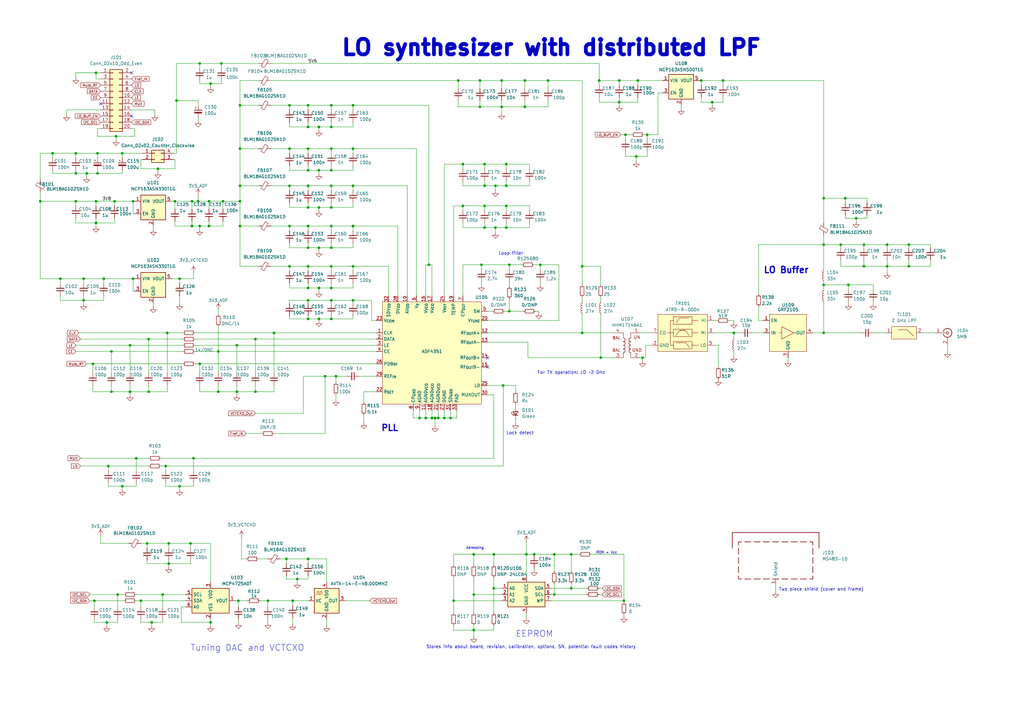
<source format=kicad_sch>
(kicad_sch (version 20231120) (generator "eeschema") (generator_version "8.0")
  (paper "A3")
  (title_block (title "LO synthesizer board with two bands") (rev "01a") (company "SP6GK") (comment 1 "Optimized for 1.5-2.1 GHz Sine wave") (comment 2 "~13 dBm output") (comment 3 "Snap in module"))
  (junction (at 344.805 100.33))
  (junction (at 337.82 81.28))
  (junction (at 196.85 43.815))
  (junction (at 265.43 55.245))
  (junction (at 126.365 123.19))
  (junction (at 194.31 227.33))
  (junction (at 224.79 33.02))
  (junction (at 121.92 237.49))
  (junction (at 66.675 243.84))
  (junction (at 337.82 100.33))
  (junction (at 227.33 227.33))
  (junction (at 98.425 92.71))
  (junction (at 35.56 71.12))
  (junction (at 254 41.91))
  (junction (at 16.51 82.55))
  (junction (at 135.89 123.19))
  (junction (at 53.34 141.605))
  (junction (at 91.44 82.55))
  (junction (at 130.81 101.6))
  (junction (at 186.055 246.38))
  (junction (at 260.985 64.135))
  (junction (at 47.625 55.88))
  (junction (at 126.365 229.235))
  (junction (at 31.115 82.55))
  (junction (at 198.755 76.2))
  (junction (at 38.735 246.38))
  (junction (at 78.74 82.55))
  (junction (at 354.33 100.33))
  (junction (at 118.745 43.18))
  (junction (at 126.365 109.22))
  (junction (at 126.365 118.11))
  (junction (at 86.36 255.27))
  (junction (at 69.215 231.14))
  (junction (at 85.725 92.71))
  (junction (at 135.89 101.6))
  (junction (at 81.915 149.225))
  (junction (at 205.74 43.815))
  (junction (at 117.475 229.235))
  (junction (at 31.115 71.12))
  (junction (at 130.81 85.09))
  (junction (at 263.525 146.685))
  (junction (at 81.915 26.035))
  (junction (at 48.26 243.84))
  (junction (at 206.375 158.115))
  (junction (at 184.785 171.45))
  (junction (at 40.005 62.865))
  (junction (at 126.365 52.07))
  (junction (at 135.89 60.96))
  (junction (at 60.325 222.885))
  (junction (at 97.155 141.605))
  (junction (at 346.71 81.28))
  (junction (at 50.165 199.39))
  (junction (at 39.37 29.845))
  (junction (at 234.315 227.33))
  (junction (at 57.785 246.38))
  (junction (at 175.895 108.585))
  (junction (at 135.89 69.85))
  (junction (at 256.54 55.245))
  (junction (at 215.265 43.815))
  (junction (at 104.775 139.065))
  (junction (at 130.81 118.11))
  (junction (at 234.315 241.3))
  (junction (at 38.1 149.225))
  (junction (at 351.155 89.535))
  (junction (at 44.45 191.135))
  (junction (at 97.155 160.655))
  (junction (at 109.855 246.38))
  (junction (at 174.625 171.45))
  (junction (at 202.565 241.3))
  (junction (at 45.72 160.655))
  (junction (at 79.375 187.96))
  (junction (at 178.435 171.45))
  (junction (at 86.36 34.29))
  (junction (at 215.265 33.02))
  (junction (at 372.745 109.22))
  (junction (at 196.85 33.02))
  (junction (at 98.425 76.2))
  (junction (at 144.78 109.22))
  (junction (at 238.76 109.22))
  (junction (at 130.81 69.85))
  (junction (at 78.74 92.71))
  (junction (at 54.61 114.3))
  (junction (at 203.2 76.2))
  (junction (at 198.755 67.31))
  (junction (at 363.855 100.33))
  (junction (at 182.245 171.45))
  (junction (at 135.89 85.09))
  (junction (at 71.755 82.55))
  (junction (at 177.165 171.45))
  (junction (at 221.615 108.585))
  (junction (at 98.425 60.96))
  (junction (at 40.005 71.12))
  (junction (at 45.72 144.145))
  (junction (at 254 33.02))
  (junction (at 227.33 243.84))
  (junction (at 187.96 33.02))
  (junction (at 62.23 255.27))
  (junction (at 73.66 199.39))
  (junction (at 197.485 108.585))
  (junction (at 144.78 123.19))
  (junction (at 39.37 91.44))
  (junction (at 120.015 246.38))
  (junction (at 189.865 84.455))
  (junction (at 287.655 33.02))
  (junction (at 126.365 130.81))
  (junction (at 60.96 139.065))
  (junction (at 135.89 118.11))
  (junction (at 126.365 60.96))
  (junction (at 337.82 116.84))
  (junction (at 133.35 154.305))
  (junction (at 207.645 93.345))
  (junction (at 34.29 114.3))
  (junction (at 137.795 154.305))
  (junction (at 130.81 130.81))
  (junction (at 50.165 62.865))
  (junction (at 198.755 84.455))
  (junction (at 135.89 52.07))
  (junction (at 24.765 114.3))
  (junction (at 296.545 33.02))
  (junction (at 135.89 76.2))
  (junction (at 189.865 67.31))
  (junction (at 72.39 41.275))
  (junction (at 126.365 69.85))
  (junction (at 98.425 43.18))
  (junction (at 78.105 222.885))
  (junction (at 130.81 52.07))
  (junction (at 135.89 130.81))
  (junction (at 292.1 41.91))
  (junction (at 118.745 76.2))
  (junction (at 194.31 258.445))
  (junction (at 198.755 93.345))
  (junction (at 261.62 33.02))
  (junction (at 347.98 116.84))
  (junction (at 207.645 67.31))
  (junction (at 21.59 62.865))
  (junction (at 112.395 136.525))
  (junction (at 354.33 109.22))
  (junction (at 126.365 92.71))
  (junction (at 135.89 109.22))
  (junction (at 34.29 123.19))
  (junction (at 67.945 191.135))
  (junction (at 126.365 85.09))
  (junction (at 202.565 227.33))
  (junction (at 89.535 160.655))
  (junction (at 135.89 92.71))
  (junction (at 300.99 136.525))
  (junction (at 69.215 222.885))
  (junction (at 97.79 246.38))
  (junction (at 238.76 136.525))
  (junction (at 54.61 82.55))
  (junction (at 219.075 227.33))
  (junction (at 207.645 76.2))
  (junction (at 372.745 100.33))
  (junction (at 98.425 82.55))
  (junction (at 118.745 109.22))
  (junction (at 81.28 82.55))
  (junction (at 42.545 114.3))
  (junction (at 144.78 60.96))
  (junction (at 208.915 108.585))
  (junction (at 53.34 160.655))
  (junction (at 118.745 92.71))
  (junction (at 104.775 160.655))
  (junction (at 81.915 92.71))
  (junction (at 43.815 255.27))
  (junction (at 245.745 33.02))
  (junction (at 39.37 82.55))
  (junction (at 172.085 171.45))
  (junction (at 73.66 114.3))
  (junction (at 203.2 93.345))
  (junction (at 90.805 26.035))
  (junction (at 64.77 69.215))
  (junction (at 144.78 76.2))
  (junction (at 60.96 160.655))
  (junction (at 89.535 144.145))
  (junction (at 205.74 33.02))
  (junction (at 363.855 109.22))
  (junction (at 246.38 146.685))
  (junction (at 126.365 43.18))
  (junction (at 46.99 82.55))
  (junction (at 144.78 43.18))
  (junction (at 215.9 227.33))
  (junction (at 207.645 84.455))
  (junction (at 179.705 171.45))
  (junction (at 144.78 92.71))
  (junction (at 85.725 82.55))
  (junction (at 135.89 43.18))
  (junction (at 194.31 243.84))
  (junction (at 126.365 101.6))
  (junction (at 255.905 246.38))
  (junction (at 55.88 187.96))
  (junction (at 31.115 62.865))
  (junction (at 68.58 136.525))
  (junction (at 126.365 76.2))
  (junction (at 208.915 127.635))
  (junction (at 337.82 136.525))
  (junction (at 118.745 60.96))
  (no_connect (at 53.975 47.625))
  (no_connect (at 41.275 42.545))
  (no_connect (at 200.025 150.495))
  (no_connect (at 53.975 29.845))
  (no_connect (at 200.025 146.685))
  (wire (pts (xy 118.745 43.18) (xy 126.365 43.18)))
  (wire (pts (xy 35.56 149.225) (xy 38.1 149.225)))
  (wire (pts (xy 221.615 108.585) (xy 229.235 108.585)))
  (wire (pts (xy 44.45 191.135) (xy 60.96 191.135)))
  (wire (pts (xy 31.115 29.845) (xy 39.37 29.845)))
  (wire (pts (xy 194.31 256.54) (xy 194.31 258.445)))
  (wire (pts (xy 137.795 154.305) (xy 142.24 154.305)))
  (wire (pts (xy 47.625 55.88) (xy 40.005 55.88)))
  (wire (pts (xy 271.78 38.1) (xy 269.875 38.1)))
  (wire (pts (xy 245.745 26.035) (xy 245.745 33.02)))
  (wire (pts (xy 198.755 67.31) (xy 198.755 69.215)))
  (wire (pts (xy 38.1 149.225) (xy 38.1 153.035)))
  (wire (pts (xy 31.115 71.12) (xy 31.115 69.85)))
  (wire (pts (xy 221.615 108.585) (xy 221.615 110.49)))
  (wire (pts (xy 120.015 246.38) (xy 126.365 246.38)))
  (wire (pts (xy 238.76 128.905) (xy 238.76 136.525)))
  (wire (pts (xy 292.1 41.91) (xy 292.1 43.18)))
  (wire (pts (xy 189.865 84.455) (xy 189.865 86.36)))
  (wire (pts (xy 31.115 91.44) (xy 31.115 89.535)))
  (wire (pts (xy 126.365 85.09) (xy 118.745 85.09)))
  (wire (pts (xy 60.96 139.065) (xy 74.93 139.065)))
  (wire (pts (xy 189.865 76.2) (xy 198.755 76.2)))
  (wire (pts (xy 104.775 139.065) (xy 104.775 153.035)))
  (wire (pts (xy 118.745 109.22) (xy 126.365 109.22)))
  (wire (pts (xy 182.245 67.31) (xy 189.865 67.31)))
  (wire (pts (xy 353.06 136.525) (xy 337.82 136.525)))
  (wire (pts (xy 227.33 239.395) (xy 227.33 243.84)))
  (wire (pts (xy 133.35 154.305) (xy 137.795 154.305)))
  (wire (pts (xy 60.96 160.655) (xy 68.58 160.655)))
  (wire (pts (xy 41.275 32.385) (xy 39.37 32.385)))
  (wire (pts (xy 200.025 131.445) (xy 229.235 131.445)))
  (wire (pts (xy 133.985 254) (xy 133.985 256.54)))
  (wire (pts (xy 71.755 82.55) (xy 78.74 82.55)))
  (wire (pts (xy 207.645 93.345) (xy 217.17 93.345)))
  (wire (pts (xy 224.79 36.195) (xy 224.79 33.02)))
  (wire (pts (xy 246.38 121.92) (xy 246.38 123.825)))
  (wire (pts (xy 189.865 91.44) (xy 189.865 93.345)))
  (wire (pts (xy 292.1 41.91) (xy 296.545 41.91)))
  (wire (pts (xy 144.78 43.18) (xy 175.895 43.18)))
  (wire (pts (xy 118.745 109.22) (xy 118.745 111.125)))
  (wire (pts (xy 57.785 65.405) (xy 57.785 69.215)))
  (wire (pts (xy 216.535 146.685) (xy 216.535 140.335)))
  (wire (pts (xy 118.745 69.85) (xy 118.745 67.945)))
  (wire (pts (xy 71.755 65.405) (xy 71.755 69.215)))
  (wire (pts (xy 85.725 82.55) (xy 85.725 85.725)))
  (wire (pts (xy 98.425 92.71) (xy 98.425 82.55)))
  (wire (pts (xy 205.74 43.815) (xy 205.74 46.355)))
  (wire (pts (xy 32.385 136.525) (xy 68.58 136.525)))
  (wire (pts (xy 229.235 131.445) (xy 229.235 108.585)))
  (wire (pts (xy 287.655 41.91) (xy 292.1 41.91)))
  (wire (pts (xy 39.37 82.55) (xy 46.99 82.55)))
  (wire (pts (xy 344.805 109.22) (xy 344.805 106.68)))
  (wire (pts (xy 135.89 118.11) (xy 135.89 116.205)))
  (wire (pts (xy 187.96 43.815) (xy 196.85 43.815)))
  (wire (pts (xy 254 33.02) (xy 261.62 33.02)))
  (wire (pts (xy 31.115 62.865) (xy 40.005 62.865)))
  (wire (pts (xy 53.34 160.655) (xy 45.72 160.655)))
  (wire (pts (xy 337.82 123.825) (xy 337.82 136.525)))
  (wire (pts (xy 90.805 26.035) (xy 106.045 26.035)))
  (wire (pts (xy 347.98 123.825) (xy 347.98 124.46)))
  (wire (pts (xy 126.365 130.81) (xy 130.81 130.81)))
  (wire (pts (xy 39.37 32.385) (xy 39.37 29.845)))
  (wire (pts (xy 91.44 82.55) (xy 91.44 85.725)))
  (wire (pts (xy 126.365 101.6) (xy 126.365 99.695)))
  (wire (pts (xy 130.81 85.09) (xy 135.89 85.09)))
  (wire (pts (xy 186.055 84.455) (xy 189.865 84.455)))
  (wire (pts (xy 363.855 101.6) (xy 363.855 100.33)))
  (wire (pts (xy 57.785 255.27) (xy 57.785 254)))
  (wire (pts (xy 215.9 222.25) (xy 215.9 227.33)))
  (wire (pts (xy 81.915 34.29) (xy 86.36 34.29)))
  (wire (pts (xy 68.58 158.115) (xy 68.58 160.655)))
  (wire (pts (xy 97.155 160.655) (xy 97.155 161.925)))
  (wire (pts (xy 174.625 171.45) (xy 174.625 168.275)))
  (wire (pts (xy 135.89 85.09) (xy 135.89 83.185)))
  (wire (pts (xy 118.745 43.18) (xy 118.745 45.085)))
  (wire (pts (xy 182.245 171.45) (xy 182.245 168.275)))
  (wire (pts (xy 78.105 229.87) (xy 78.105 231.14)))
  (wire (pts (xy 174.625 108.585) (xy 174.625 121.285)))
  (wire (pts (xy 126.365 85.09) (xy 130.81 85.09)))
  (wire (pts (xy 200.025 136.525) (xy 238.76 136.525)))
  (wire (pts (xy 194.31 258.445) (xy 194.31 260.985)))
  (wire (pts (xy 70.485 82.55) (xy 71.755 82.55)))
  (wire (pts (xy 43.815 255.27) (xy 43.815 256.54)))
  (wire (pts (xy 207.01 127.635) (xy 208.915 127.635)))
  (wire (pts (xy 68.58 136.525) (xy 68.58 153.035)))
  (wire (pts (xy 144.78 43.18) (xy 144.78 45.085)))
  (wire (pts (xy 189.865 67.31) (xy 198.755 67.31)))
  (wire (pts (xy 109.855 246.38) (xy 109.855 248.92)))
  (wire (pts (xy 120.015 253.365) (xy 120.015 255.905)))
  (wire (pts (xy 69.215 231.14) (xy 78.105 231.14)))
  (wire (pts (xy 255.905 252.095) (xy 255.905 252.73)))
  (wire (pts (xy 31.115 29.845) (xy 31.115 31.75)))
  (wire (pts (xy 130.81 52.07) (xy 135.89 52.07)))
  (wire (pts (xy 203.2 76.2) (xy 207.645 76.2)))
  (wire (pts (xy 24.765 114.3) (xy 24.765 116.205)))
  (wire (pts (xy 215.9 227.33) (xy 219.075 227.33)))
  (wire (pts (xy 197.485 108.585) (xy 208.915 108.585)))
  (wire (pts (xy 97.155 160.655) (xy 104.775 160.655)))
  (wire (pts (xy 46.99 82.55) (xy 54.61 82.55)))
  (wire (pts (xy 144.78 60.96) (xy 144.78 62.865)))
  (wire (pts (xy 262.255 146.685) (xy 263.525 146.685)))
  (wire (pts (xy 86.36 255.27) (xy 74.295 255.27)))
  (wire (pts (xy 255.905 227.33) (xy 255.905 246.38)))
  (wire (pts (xy 135.89 130.81) (xy 130.81 130.81)))
  (wire (pts (xy 354.33 101.6) (xy 354.33 100.33)))
  (wire (pts (xy 189.865 84.455) (xy 198.755 84.455)))
  (wire (pts (xy 196.85 43.815) (xy 205.74 43.815)))
  (wire (pts (xy 109.855 246.38) (xy 120.015 246.38)))
  (wire (pts (xy 261.62 33.02) (xy 261.62 34.925)))
  (wire (pts (xy 300.99 136.525) (xy 303.53 136.525)))
  (wire (pts (xy 118.745 123.19) (xy 118.745 124.46)))
  (wire (pts (xy 57.785 246.38) (xy 76.2 246.38)))
  (wire (pts (xy 220.98 127.635) (xy 220.98 128.27)))
  (wire (pts (xy 269.875 55.245) (xy 265.43 55.245)))
  (wire (pts (xy 144.78 92.71) (xy 163.195 92.71)))
  (wire (pts (xy 55.245 119.38) (xy 54.61 119.38)))
  (wire (pts (xy 141.605 246.38) (xy 151.765 246.38)))
  (wire (pts (xy 311.15 131.445) (xy 313.055 131.445)))
  (wire (pts (xy 186.055 258.445) (xy 186.055 256.54)))
  (wire (pts (xy 97.155 141.605) (xy 97.155 153.035)))
  (wire (pts (xy 388.62 141.605) (xy 388.62 144.145)))
  (wire (pts (xy 262.255 136.525) (xy 267.335 136.525)))
  (wire (pts (xy 121.92 237.49) (xy 126.365 237.49)))
  (wire (pts (xy 208.915 117.475) (xy 208.915 115.57)))
  (wire (pts (xy 45.72 144.145) (xy 45.72 153.035)))
  (wire (pts (xy 64.77 69.215) (xy 71.755 69.215)))
  (wire (pts (xy 71.12 62.865) (xy 72.39 62.865)))
  (wire (pts (xy 54.61 82.55) (xy 55.245 82.55)))
  (wire (pts (xy 354.33 100.33) (xy 363.855 100.33)))
  (wire (pts (xy 238.76 121.92) (xy 238.76 123.825)))
  (wire (pts (xy 202.565 258.445) (xy 202.565 256.54)))
  (wire (pts (xy 337.82 81.28) (xy 337.82 33.02)))
  (wire (pts (xy 126.365 69.85) (xy 130.81 69.85)))
  (wire (pts (xy 74.295 255.27) (xy 74.295 248.92)))
  (wire (pts (xy 292.735 141.605) (xy 294.64 141.605)))
  (wire (pts (xy 219.71 127.635) (xy 220.98 127.635)))
  (wire (pts (xy 36.83 243.84) (xy 48.26 243.84)))
  (wire (pts (xy 234.315 234.315) (xy 234.315 227.33)))
  (wire (pts (xy 126.365 229.235) (xy 126.365 231.14)))
  (wire (pts (xy 124.46 154.305) (xy 124.46 169.545)))
  (wire (pts (xy 79.375 199.39) (xy 79.375 198.12)))
  (wire (pts (xy 50.165 199.39) (xy 50.165 200.66)))
  (wire (pts (xy 215.9 236.22) (xy 215.9 227.33)))
  (wire (pts (xy 149.225 165.1) (xy 149.225 160.655)))
  (wire (pts (xy 358.14 123.825) (xy 358.14 124.46)))
  (wire (pts (xy 81.915 160.655) (xy 81.915 158.115)))
  (wire (pts (xy 256.54 64.135) (xy 256.54 62.23)))
  (wire (pts (xy 126.365 69.85) (xy 118.745 69.85)))
  (wire (pts (xy 34.29 123.19) (xy 34.29 124.46)))
  (wire (pts (xy 179.705 171.45) (xy 179.705 168.275)))
  (wire (pts (xy 234.315 239.395) (xy 234.315 241.3)))
  (wire (pts (xy 78.74 82.55) (xy 78.74 85.725)))
  (wire (pts (xy 186.055 227.33) (xy 194.31 227.33)))
  (wire (pts (xy 130.81 102.87) (xy 130.81 101.6)))
  (wire (pts (xy 224.79 43.815) (xy 224.79 41.275)))
  (wire (pts (xy 53.34 160.655) (xy 53.34 158.115)))
  (wire (pts (xy 234.315 241.3) (xy 226.06 241.3)))
  (wire (pts (xy 67.945 199.39) (xy 73.66 199.39)))
  (wire (pts (xy 130.81 119.38) (xy 130.81 118.11)))
  (wire (pts (xy 111.125 92.71) (xy 118.745 92.71)))
  (wire (pts (xy 96.52 246.38) (xy 97.79 246.38)))
  (wire (pts (xy 121.92 237.49) (xy 121.92 238.76)))
  (wire (pts (xy 81.915 149.225) (xy 81.915 153.035)))
  (wire (pts (xy 80.01 136.525) (xy 112.395 136.525)))
  (wire (pts (xy 16.51 114.3) (xy 24.765 114.3)))
  (wire (pts (xy 124.46 154.305) (xy 133.35 154.305)))
  (wire (pts (xy 89.535 144.145) (xy 154.305 144.145)))
  (wire (pts (xy 126.365 118.11) (xy 130.81 118.11)))
  (wire (pts (xy 73.66 121.285) (xy 73.66 124.46)))
  (wire (pts (xy 300.99 132.08) (xy 300.99 131.445)))
  (wire (pts (xy 246.38 128.905) (xy 246.38 146.685)))
  (wire (pts (xy 126.365 92.71) (xy 126.365 94.615)))
  (wire (pts (xy 202.565 241.3) (xy 202.565 251.46)))
  (wire (pts (xy 41.275 222.885) (xy 52.705 222.885)))
  (wire (pts (xy 118.745 76.2) (xy 118.745 78.105)))
  (wire (pts (xy 118.745 130.81) (xy 118.745 129.54)))
  (wire (pts (xy 85.725 92.71) (xy 91.44 92.71)))
  (wire (pts (xy 41.275 45.085) (xy 27.305 45.085)))
  (wire (pts (xy 41.275 222.885) (xy 41.275 219.71)))
  (wire (pts (xy 130.81 118.11) (xy 135.89 118.11)))
  (wire (pts (xy 203.2 95.25) (xy 203.2 93.345)))
  (wire (pts (xy 38.735 255.27) (xy 43.815 255.27)))
  (wire (pts (xy 130.81 86.36) (xy 130.81 85.09)))
  (wire (pts (xy 196.85 36.195) (xy 196.85 33.02)))
  (wire (pts (xy 202.565 236.855) (xy 202.565 241.3)))
  (wire (pts (xy 38.735 255.27) (xy 38.735 254)))
  (wire (pts (xy 137.795 163.83) (xy 137.795 161.925)))
  (wire (pts (xy 114.935 229.235) (xy 117.475 229.235)))
  (wire (pts (xy 81.915 92.71) (xy 81.915 93.98)))
  (wire (pts (xy 74.295 248.92) (xy 76.2 248.92)))
  (wire (pts (xy 265.43 64.135) (xy 265.43 62.23)))
  (wire (pts (xy 287.655 41.91) (xy 287.655 40.005)))
  (wire (pts (xy 246.38 109.22) (xy 246.38 116.84)))
  (wire (pts (xy 98.425 43.18) (xy 106.045 43.18)))
  (wire (pts (xy 118.745 85.09) (xy 118.745 83.185)))
  (wire (pts (xy 33.02 187.96) (xy 55.88 187.96)))
  (wire (pts (xy 287.02 33.02) (xy 287.655 33.02)))
  (wire (pts (xy 194.31 243.84) (xy 205.74 243.84)))
  (wire (pts (xy 135.89 109.22) (xy 135.89 111.125)))
  (wire (pts (xy 55.245 55.88) (xy 55.245 52.705)))
  (wire (pts (xy 111.125 26.035) (xy 245.745 26.035)))
  (wire (pts (xy 337.82 100.33) (xy 344.805 100.33)))
  (wire (pts (xy 221.615 108.585) (xy 219.075 108.585)))
  (wire (pts (xy 21.59 62.865) (xy 31.115 62.865)))
  (wire (pts (xy 207.645 74.295) (xy 207.645 76.2)))
  (wire (pts (xy 133.35 177.8) (xy 133.35 154.305)))
  (wire (pts (xy 337.82 116.84) (xy 347.98 116.84)))
  (wire (pts (xy 21.59 62.865) (xy 21.59 64.77)))
  (wire (pts (xy 126.365 92.71) (xy 135.89 92.71)))
  (wire (pts (xy 238.76 109.22) (xy 246.38 109.22)))
  (wire (pts (xy 170.815 121.285) (xy 170.815 60.96)))
  (wire (pts (xy 53.34 141.605) (xy 74.93 141.605)))
  (wire (pts (xy 69.215 229.87) (xy 69.215 231.14)))
  (wire (pts (xy 35.56 71.12) (xy 31.115 71.12)))
  (wire (pts (xy 104.775 160.655) (xy 104.775 158.115)))
  (wire (pts (xy 98.425 33.02) (xy 98.425 43.18)))
  (wire (pts (xy 337.82 81.28) (xy 346.71 81.28)))
  (wire (pts (xy 60.325 231.14) (xy 69.215 231.14)))
  (wire (pts (xy 372.745 109.22) (xy 363.855 109.22)))
  (wire (pts (xy 66.04 187.96) (xy 79.375 187.96)))
  (wire (pts (xy 38.1 160.655) (xy 45.72 160.655)))
  (wire (pts (xy 55.88 187.96) (xy 55.88 193.04)))
  (wire (pts (xy 62.865 92.71) (xy 62.865 93.98)))
  (wire (pts (xy 177.165 171.45) (xy 178.435 171.45)))
  (wire (pts (xy 118.745 92.71) (xy 118.745 94.615)))
  (wire (pts (xy 347.98 116.84) (xy 358.14 116.84)))
  (wire (pts (xy 174.625 108.585) (xy 175.895 108.585)))
  (wire (pts (xy 351.155 89.535) (xy 351.155 90.805)))
  (wire (pts (xy 72.39 26.035) (xy 81.915 26.035)))
  (wire (pts (xy 98.425 92.71) (xy 98.425 109.22)))
  (wire (pts (xy 208.915 110.49) (xy 208.915 108.585)))
  (wire (pts (xy 57.785 69.215) (xy 64.77 69.215)))
  (wire (pts (xy 104.775 160.655) (xy 112.395 160.655)))
  (wire (pts (xy 265.43 55.245) (xy 265.43 57.15)))
  (wire (pts (xy 198.755 76.2) (xy 203.2 76.2)))
  (wire (pts (xy 126.365 43.18) (xy 126.365 45.085)))
  (wire (pts (xy 194.31 227.33) (xy 194.31 231.775)))
  (wire (pts (xy 44.45 191.135) (xy 44.45 193.04)))
  (wire (pts (xy 89.535 158.115) (xy 89.535 160.655)))
  (wire (pts (xy 89.535 133.985) (xy 89.535 144.145)))
  (wire (pts (xy 135.89 123.19) (xy 135.89 124.46)))
  (wire (pts (xy 217.17 93.345) (xy 217.17 91.44)))
  (wire (pts (xy 215.265 33.02) (xy 224.79 33.02)))
  (wire (pts (xy 117.475 229.235) (xy 126.365 229.235)))
  (wire (pts (xy 72.39 41.275) (xy 72.39 26.035)))
  (wire (pts (xy 217.17 76.2) (xy 217.17 74.295)))
  (wire (pts (xy 81.28 80.01) (xy 81.28 82.55)))
  (wire (pts (xy 117.475 236.22) (xy 117.475 237.49)))
  (wire (pts (xy 344.805 101.6) (xy 344.805 100.33)))
  (wire (pts (xy 71.755 92.71) (xy 71.755 90.805)))
  (wire (pts (xy 73.66 114.3) (xy 73.66 116.205)))
  (wire (pts (xy 287.655 33.02) (xy 287.655 34.925)))
  (wire (pts (xy 81.915 149.225) (xy 154.305 149.225)))
  (wire (pts (xy 69.215 222.885) (xy 60.325 222.885)))
  (wire (pts (xy 246.38 146.685) (xy 252.095 146.685)))
  (wire (pts (xy 194.31 243.84) (xy 194.31 251.46)))
  (wire (pts (xy 318.135 242.57) (xy 318.135 240.03)))
  (wire (pts (xy 104.775 169.545) (xy 124.46 169.545)))
  (wire (pts (xy 219.075 233.045) (xy 219.075 233.68)))
  (wire (pts (xy 198.755 84.455) (xy 198.755 86.36)))
  (wire (pts (xy 144.78 109.22) (xy 159.385 109.22)))
  (wire (pts (xy 219.075 227.33) (xy 227.33 227.33)))
  (wire (pts (xy 207.645 76.2) (xy 217.17 76.2)))
  (wire (pts (xy 135.89 76.2) (xy 135.89 78.105)))
  (wire (pts (xy 48.26 255.27) (xy 48.26 254)))
  (wire (pts (xy 135.89 43.18) (xy 135.89 45.085)))
  (wire (pts (xy 126.365 60.96) (xy 135.89 60.96)))
  (wire (pts (xy 66.675 243.84) (xy 66.675 248.92)))
  (wire (pts (xy 358.14 116.84) (xy 358.14 118.745)))
  (wire (pts (xy 126.365 85.09) (xy 126.365 83.185)))
  (wire (pts (xy 98.425 33.02) (xy 106.045 33.02)))
  (wire (pts (xy 78.105 222.885) (xy 78.105 224.79)))
  (wire (pts (xy 111.125 60.96) (xy 118.745 60.96)))
  (wire (pts (xy 260.985 64.135) (xy 265.43 64.135)))
  (wire (pts (xy 186.055 236.855) (xy 186.055 246.38)))
  (wire (pts (xy 311.15 100.33) (xy 311.15 120.65)))
  (wire (pts (xy 126.365 52.07) (xy 126.365 50.165)))
  (wire (pts (xy 182.245 171.45) (xy 184.785 171.45)))
  (wire (pts (xy 126.365 123.19) (xy 135.89 123.19)))
  (wire (pts (xy 177.165 121.285) (xy 177.165 108.585)))
  (wire (pts (xy 211.455 165.735) (xy 211.455 167.005)))
  (wire (pts (xy 279.4 43.18) (xy 279.4 44.45)))
  (wire (pts (xy 81.915 92.71) (xy 85.725 92.71)))
  (wire (pts (xy 68.58 136.525) (xy 74.93 136.525)))
  (wire (pts (xy 238.76 33.02) (xy 238.76 109.22)))
  (wire (pts (xy 256.54 55.245) (xy 256.54 57.15)))
  (wire (pts (xy 254 41.91) (xy 254 43.18)))
  (wire (pts (xy 247.015 243.84) (xy 245.745 243.84)))
  (wire (pts (xy 72.39 62.865) (xy 72.39 41.275)))
  (wire (pts (xy 224.79 33.02) (xy 238.76 33.02)))
  (wire (pts (xy 35.56 71.12) (xy 40.005 71.12)))
  (wire (pts (xy 45.72 158.115) (xy 45.72 160.655)))
  (wire (pts (xy 53.34 141.605) (xy 53.34 153.035)))
  (wire (pts (xy 130.81 101.6) (xy 135.89 101.6)))
  (wire (pts (xy 215.265 43.815) (xy 205.74 43.815)))
  (wire (pts (xy 227.33 227.33) (xy 234.315 227.33)))
  (wire (pts (xy 355.6 88.265) (xy 355.6 89.535)))
  (wire (pts (xy 57.785 246.38) (xy 57.785 248.92)))
  (wire (pts (xy 97.155 141.605) (xy 154.305 141.605)))
  (wire (pts (xy 126.365 118.11) (xy 126.365 116.205)))
  (wire (pts (xy 355.6 81.28) (xy 355.6 83.185)))
  (wire (pts (xy 264.795 146.685) (xy 263.525 146.685)))
  (wire (pts (xy 126.365 109.22) (xy 135.89 109.22)))
  (wire (pts (xy 261.62 41.91) (xy 261.62 40.005)))
  (wire (pts (xy 234.315 227.33) (xy 237.49 227.33)))
  (wire (pts (xy 215.265 36.195) (xy 215.265 33.02)))
  (wire (pts (xy 178.435 171.45) (xy 179.705 171.45)))
  (wire (pts (xy 126.365 101.6) (xy 118.745 101.6)))
  (wire (pts (xy 81.28 43.18) (xy 81.28 41.275)))
  (wire (pts (xy 135.89 123.19) (xy 144.78 123.19)))
  (wire (pts (xy 135.89 69.85) (xy 135.89 67.945)))
  (wire (pts (xy 69.215 222.885) (xy 69.215 224.79)))
  (wire (pts (xy 117.475 229.235) (xy 117.475 231.14)))
  (wire (pts (xy 381.635 106.68) (xy 381.635 109.22)))
  (wire (pts (xy 226.06 246.38) (xy 255.905 246.38)))
  (wire (pts (xy 169.545 168.275) (xy 169.545 171.45)))
  (wire (pts (xy 211.455 172.085) (xy 211.455 173.355)))
  (wire (pts (xy 182.245 121.285) (xy 182.245 67.31)))
  (wire (pts (xy 45.72 144.145) (xy 74.93 144.145)))
  (wire (pts (xy 38.1 149.225) (xy 74.93 149.225)))
  (wire (pts (xy 186.055 246.38) (xy 186.055 251.46)))
  (wire (pts (xy 126.365 118.11) (xy 118.745 118.11)))
  (wire (pts (xy 347.98 116.84) (xy 347.98 118.745)))
  (wire (pts (xy 144.78 69.85) (xy 135.89 69.85)))
  (wire (pts (xy 81.915 26.035) (xy 90.805 26.035)))
  (wire (pts (xy 149.225 173.355) (xy 149.225 170.18)))
  (wire (pts (xy 179.705 171.45) (xy 182.245 171.45)))
  (wire (pts (xy 167.005 121.285) (xy 167.005 76.2)))
  (wire (pts (xy 135.89 43.18) (xy 144.78 43.18)))
  (wire (pts (xy 354.33 106.68) (xy 354.33 109.22)))
  (wire (pts (xy 178.435 174.625) (xy 178.435 171.45)))
  (wire (pts (xy 60.325 222.885) (xy 60.325 224.79)))
  (wire (pts (xy 144.78 101.6) (xy 135.89 101.6)))
  (wire (pts (xy 89.535 127) (xy 89.535 128.905)))
  (wire (pts (xy 24.765 114.3) (xy 34.29 114.3)))
  (wire (pts (xy 60.96 139.065) (xy 60.96 153.035)))
  (wire (pts (xy 126.365 60.96) (xy 126.365 62.865)))
  (wire (pts (xy 81.915 160.655) (xy 89.535 160.655)))
  (wire (pts (xy 197.485 108.585) (xy 197.485 110.49)))
  (wire (pts (xy 91.44 82.55) (xy 98.425 82.55)))
  (wire (pts (xy 186.055 121.285) (xy 186.055 84.455)))
  (wire (pts (xy 64.77 70.485) (xy 64.77 69.215)))
  (wire (pts (xy 135.89 129.54) (xy 135.89 130.81)))
  (wire (pts (xy 354.33 109.22) (xy 344.805 109.22)))
  (wire (pts (xy 203.2 93.345) (xy 207.645 93.345)))
  (wire (pts (xy 106.045 60.96) (xy 98.425 60.96)))
  (wire (pts (xy 144.78 92.71) (xy 144.78 94.615)))
  (wire (pts (xy 198.755 74.295) (xy 198.755 76.2)))
  (wire (pts (xy 200.025 127.635) (xy 201.93 127.635)))
  (wire (pts (xy 363.855 106.68) (xy 363.855 109.22)))
  (wire (pts (xy 42.545 114.3) (xy 42.545 116.205)))
  (wire (pts (xy 86.36 35.56) (xy 86.36 34.29)))
  (wire (pts (xy 240.665 243.84) (xy 227.33 243.84)))
  (wire (pts (xy 254.635 55.245) (xy 256.54 55.245)))
  (wire (pts (xy 337.82 100.33) (xy 337.82 110.49)))
  (wire (pts (xy 39.37 91.44) (xy 46.99 91.44)))
  (wire (pts (xy 97.155 160.655) (xy 89.535 160.655)))
  (wire (pts (xy 126.365 52.07) (xy 130.81 52.07)))
  (wire (pts (xy 135.89 92.71) (xy 144.78 92.71)))
  (wire (pts (xy 118.745 92.71) (xy 126.365 92.71)))
  (wire (pts (xy 260.985 64.135) (xy 260.985 66.04)))
  (wire (pts (xy 34.29 123.19) (xy 42.545 123.19)))
  (wire (pts (xy 344.805 100.33) (xy 354.33 100.33)))
  (wire (pts (xy 346.71 81.28) (xy 346.71 83.185)))
  (wire (pts (xy 308.61 136.525) (xy 313.055 136.525)))
  (wire (pts (xy 47.625 55.88) (xy 55.245 55.88)))
  (wire (pts (xy 126.365 123.19) (xy 126.365 124.46)))
  (wire (pts (xy 187.96 33.02) (xy 196.85 33.02)))
  (wire (pts (xy 133.985 238.76) (xy 133.985 229.235)))
  (wire (pts (xy 85.725 82.55) (xy 91.44 82.55)))
  (wire (pts (xy 97.79 246.38) (xy 101.6 246.38)))
  (wire (pts (xy 106.045 229.235) (xy 109.855 229.235)))
  (wire (pts (xy 100.965 177.8) (xy 107.315 177.8)))
  (wire (pts (xy 144.78 109.22) (xy 144.78 111.125)))
  (wire (pts (xy 184.785 171.45) (xy 187.325 171.45)))
  (wire (pts (xy 38.735 246.38) (xy 50.8 246.38)))
  (wire (pts (xy 130.81 71.12) (xy 130.81 69.85)))
  (wire (pts (xy 79.375 187.96) (xy 202.565 187.96)))
  (wire (pts (xy 207.645 91.44) (xy 207.645 93.345)))
  (wire (pts (xy 31.115 144.145) (xy 45.72 144.145)))
  (wire (pts (xy 97.79 246.38) (xy 97.79 248.92)))
  (wire (pts (xy 111.125 33.02) (xy 187.96 33.02)))
  (wire (pts (xy 62.23 255.27) (xy 62.23 256.54)))
  (wire (pts (xy 78.74 92.71) (xy 81.915 92.71)))
  (wire (pts (xy 175.895 108.585) (xy 175.895 43.18)))
  (wire (pts (xy 60.325 229.87) (xy 60.325 231.14)))
  (wire (pts (xy 66.675 243.84) (xy 76.2 243.84)))
  (wire (pts (xy 300.99 144.145) (xy 300.99 146.05)))
  (wire (pts (xy 97.79 254) (xy 97.79 255.27)))
  (wire (pts (xy 351.155 89.535) (xy 346.71 89.535)))
  (wire (pts (xy 78.105 222.885) (xy 69.215 222.885)))
  (wire (pts (xy 112.395 136.525) (xy 112.395 153.035)))
  (wire (pts (xy 98.425 92.71) (xy 106.045 92.71)))
  (wire (pts (xy 130.81 53.34) (xy 130.81 52.07)))
  (wire (pts (xy 24.765 123.19) (xy 34.29 123.19)))
  (wire (pts (xy 254 41.91) (xy 261.62 41.91)))
  (wire (pts (xy 200.025 158.115) (xy 206.375 158.115)))
  (wire (pts (xy 66.675 255.27) (xy 66.675 254)))
  (wire (pts (xy 118.745 60.96) (xy 126.365 60.96)))
  (wire (pts (xy 100.965 229.235) (xy 99.06 229.235)))
  (wire (pts (xy 86.36 254) (xy 86.36 255.27)))
  (wire (pts (xy 197.485 116.84) (xy 197.485 115.57)))
  (wire (pts (xy 126.365 52.07) (xy 118.745 52.07)))
  (wire (pts (xy 247.015 241.3) (xy 245.745 241.3)))
  (wire (pts (xy 135.89 76.2) (xy 144.78 76.2)))
  (wire (pts (xy 144.78 50.165) (xy 144.78 52.07)))
  (wire (pts (xy 16.51 62.865) (xy 16.51 73.66)))
  (wire (pts (xy 208.915 122.555) (xy 208.915 127.635)))
  (wire (pts (xy 86.36 222.885) (xy 86.36 238.76)))
  (wire (pts (xy 254 33.02) (xy 254 34.925)))
  (wire (pts (xy 111.125 43.18) (xy 118.745 43.18)))
  (wire (pts (xy 216.535 140.335) (xy 200.025 140.335)))
  (wire (pts (xy 144.78 52.07) (xy 135.89 52.07)))
  (wire (pts (xy 242.57 227.33) (xy 255.905 227.33)))
  (wire (pts (xy 80.01 144.145) (xy 89.535 144.145)))
  (wire (pts (xy 130.81 131.445) (xy 130.81 130.81)))
  (wire (pts (xy 144.78 123.19) (xy 144.78 124.46)))
  (wire (pts (xy 163.195 121.285) (xy 163.195 92.71)))
  (wire (pts (xy 16.51 82.55) (xy 16.51 114.3)))
  (wire (pts (xy 337.82 136.525) (xy 333.375 136.525)))
  (wire (pts (xy 81.28 49.53) (xy 81.28 48.26)))
  (wire (pts (xy 189.865 67.31) (xy 189.865 69.215)))
  (wire (pts (xy 177.165 171.45) (xy 177.165 168.275)))
  (wire (pts (xy 39.37 91.44) (xy 39.37 92.71)))
  (wire (pts (xy 245.745 41.91) (xy 254 41.91)))
  (wire (pts (xy 187.325 171.45) (xy 187.325 168.275)))
  (wire (pts (xy 135.89 60.96) (xy 144.78 60.96)))
  (wire (pts (xy 208.915 108.585) (xy 213.995 108.585)))
  (wire (pts (xy 31.115 141.605) (xy 53.34 141.605)))
  (wire (pts (xy 337.82 81.28) (xy 337.82 91.44)))
  (wire (pts (xy 205.74 36.195) (xy 205.74 33.02)))
  (wire (pts (xy 112.395 158.115) (xy 112.395 160.655)))
  (wire (pts (xy 69.215 231.14) (xy 69.215 232.41)))
  (wire (pts (xy 99.06 220.345) (xy 99.06 229.235)))
  (wire (pts (xy 175.895 108.585) (xy 177.165 108.585)))
  (wire (pts (xy 144.78 123.19) (xy 152.4 123.19)))
  (wire (pts (xy 363.855 100.33) (xy 372.745 100.33)))
  (wire (pts (xy 47.625 57.15) (xy 47.625 55.88)))
  (wire (pts (xy 42.545 123.19) (xy 42.545 121.285)))
  (wire (pts (xy 263.525 147.955) (xy 263.525 146.685)))
  (wire (pts (xy 98.425 82.55) (xy 98.425 76.2)))
  (wire (pts (xy 126.365 43.18) (xy 135.89 43.18)))
  (wire (pts (xy 211.455 158.115) (xy 211.455 160.655)))
  (wire (pts (xy 126.365 101.6) (xy 130.81 101.6)))
  (wire (pts (xy 144.78 129.54) (xy 144.78 130.81)))
  (wire (pts (xy 149.225 160.655) (xy 154.305 160.655)))
  (wire (pts (xy 135.89 109.22) (xy 144.78 109.22)))
  (wire (pts (xy 245.745 33.02) (xy 254 33.02)))
  (wire (pts (xy 71.755 92.71) (xy 78.74 92.71)))
  (wire (pts (xy 80.01 141.605) (xy 97.155 141.605)))
  (wire (pts (xy 126.365 109.22) (xy 126.365 111.125)))
  (wire (pts (xy 31.115 91.44) (xy 39.37 91.44)))
  (wire (pts (xy 152.4 131.445) (xy 154.305 131.445)))
  (wire (pts (xy 91.44 92.71) (xy 91.44 90.805)))
  (wire (pts (xy 261.62 33.02) (xy 271.78 33.02)))
  (wire (pts (xy 202.565 231.775) (xy 202.565 227.33)))
  (wire (pts (xy 381.635 101.6) (xy 381.635 100.33)))
  (wire (pts (xy 194.31 258.445) (xy 186.055 258.445)))
  (wire (pts (xy 73.66 199.39) (xy 73.66 200.66)))
  (wire (pts (xy 147.32 154.305) (xy 154.305 154.305)))
  (wire (pts (xy 300.99 131.445) (xy 299.085 131.445)))
  (wire (pts (xy 198.755 91.44) (xy 198.755 93.345)))
  (wire (pts (xy 194.31 227.33) (xy 202.565 227.33)))
  (wire (pts (xy 202.565 161.925) (xy 202.565 187.96)))
  (wire (pts (xy 42.545 114.3) (xy 54.61 114.3)))
  (wire (pts (xy 117.475 237.49) (xy 121.92 237.49)))
  (wire (pts (xy 311.15 100.33) (xy 337.82 100.33)))
  (wire (pts (xy 198.755 93.345) (xy 203.2 93.345)))
  (wire (pts (xy 79.375 111.76) (xy 79.375 114.3)))
  (wire (pts (xy 372.745 100.33) (xy 381.635 100.33)))
  (wire (pts (xy 50.165 71.12) (xy 50.165 69.85)))
  (wire (pts (xy 118.745 130.81) (xy 126.365 130.81)))
  (wire (pts (xy 40.005 71.12) (xy 50.165 71.12)))
  (wire (pts (xy 48.26 243.84) (xy 50.8 243.84)))
  (wire (pts (xy 238.76 136.525) (xy 252.095 136.525)))
  (wire (pts (xy 60.96 160.655) (xy 60.96 158.115)))
  (wire (pts (xy 189.865 108.585) (xy 197.485 108.585)))
  (wire (pts (xy 144.78 83.185) (xy 144.78 85.09)))
  (wire (pts (xy 16.51 78.74) (xy 16.51 82.55)))
  (wire (pts (xy 43.815 255.27) (xy 48.26 255.27)))
  (wire (pts (xy 98.425 76.2) (xy 106.045 76.2)))
  (wire (pts (xy 337.82 115.57) (xy 337.82 116.84)))
  (wire (pts (xy 208.915 127.635) (xy 214.63 127.635)))
  (wire (pts (xy 196.85 33.02) (xy 205.74 33.02)))
  (wire (pts (xy 189.865 93.345) (xy 198.755 93.345)))
  (wire (pts (xy 296.545 41.91) (xy 296.545 40.005)))
  (wire (pts (xy 363.855 109.22) (xy 363.855 111.76)))
  (wire (pts (xy 378.46 136.525) (xy 383.54 136.525)))
  (wire (pts (xy 31.115 62.865) (xy 31.115 64.77)))
  (wire (pts (xy 67.945 191.135) (xy 67.945 193.04)))
  (wire (pts (xy 240.665 241.3) (xy 234.315 241.3)))
  (wire (pts (xy 292.735 131.445) (xy 294.005 131.445)))
  (wire (pts (xy 53.34 160.655) (xy 60.96 160.655)))
  (wire (pts (xy 98.425 60.96) (xy 98.425 76.2)))
  (wire (pts (xy 40.005 62.865) (xy 40.005 64.77)))
  (wire (pts (xy 81.915 34.29) (xy 81.915 33.02)))
  (wire (pts (xy 112.395 177.8) (xy 133.35 177.8)))
  (wire (pts (xy 39.37 82.55) (xy 39.37 84.455)))
  (wire (pts (xy 194.31 236.855) (xy 194.31 243.84)))
  (wire (pts (xy 217.17 84.455) (xy 217.17 86.36)))
  (wire (pts (xy 109.855 254) (xy 109.855 255.27)))
  (wire (pts (xy 381.635 109.22) (xy 372.745 109.22)))
  (wire (pts (xy 294.64 141.605) (xy 294.64 150.495)))
  (wire (pts (xy 40.005 52.705) (xy 41.275 52.705)))
  (wire (pts (xy 311.15 125.73) (xy 311.15 131.445)))
  (wire (pts (xy 126.365 76.2) (xy 126.365 78.105)))
  (wire (pts (xy 55.88 187.96) (xy 60.96 187.96)))
  (wire (pts (xy 144.78 99.695) (xy 144.78 101.6)))
  (wire (pts (xy 39.37 29.845) (xy 41.275 29.845)))
  (wire (pts (xy 207.645 84.455) (xy 217.17 84.455)))
  (wire (pts (xy 58.42 65.405) (xy 57.785 65.405)))
  (wire (pts (xy 135.89 60.96) (xy 135.89 62.865)))
  (wire (pts (xy 27.305 45.085) (xy 27.305 46.99)))
  (wire (pts (xy 152.4 123.19) (xy 152.4 131.445)))
  (wire (pts (xy 72.39 41.275) (xy 81.28 41.275)))
  (wire (pts (xy 372.745 106.68) (xy 372.745 109.22)))
  (wire (pts (xy 205.74 33.02) (xy 215.265 33.02)))
  (wire (pts (xy 184.785 171.45) (xy 184.785 168.275)))
  (wire (pts (xy 71.12 65.405) (xy 71.755 65.405)))
  (wire (pts (xy 207.645 67.31) (xy 207.645 69.215)))
  (wire (pts (xy 34.29 123.19) (xy 34.29 121.285)))
  (wire (pts (xy 35.56 72.39) (xy 35.56 71.12)))
  (wire (pts (xy 44.45 199.39) (xy 50.165 199.39)))
  (wire (pts (xy 55.88 246.38) (xy 57.785 246.38)))
  (wire (pts (xy 264.16 55.245) (xy 265.43 55.245)))
  (wire (pts (xy 38.1 160.655) (xy 38.1 158.115)))
  (wire (pts (xy 46.99 82.55) (xy 46.99 84.455)))
  (wire (pts (xy 135.89 92.71) (xy 135.89 94.615)))
  (wire (pts (xy 238.76 109.22) (xy 238.76 116.84)))
  (wire (pts (xy 144.78 116.205) (xy 144.78 118.11)))
  (wire (pts (xy 50.165 62.865) (xy 58.42 62.865)))
  (wire (pts (xy 206.375 158.115) (xy 206.375 191.135)))
  (wire (pts (xy 207.645 84.455) (xy 207.645 86.36)))
  (wire (pts (xy 211.455 158.115) (xy 206.375 158.115)))
  (wire (pts (xy 323.215 146.685) (xy 323.215 147.955)))
  (wire (pts (xy 67.945 191.135) (xy 206.375 191.135)))
  (wire (pts (xy 55.88 243.84) (xy 66.675 243.84)))
  (wire (pts (xy 90.805 34.29) (xy 90.805 33.02)))
  (wire (pts (xy 53.34 160.655) (xy 53.34 161.925)))
  (wire (pts (xy 78.74 92.71) (xy 78.74 90.805)))
  (wire (pts (xy 130.81 69.85) (xy 135.89 69.85)))
  (wire (pts (xy 71.755 82.55) (xy 71.755 85.725)))
  (wire (pts (xy 296.545 33.02) (xy 337.82 33.02)))
  (wire (pts (xy 40.005 62.865) (xy 50.165 62.865)))
  (wire (pts (xy 111.125 76.2) (xy 118.745 76.2)))
  (wire (pts (xy 89.535 144.145) (xy 89.535 153.035)))
  (wire (pts (xy 135.89 52.07) (xy 135.89 50.165)))
  (wire (pts (xy 126.365 76.2) (xy 135.89 76.2)))
  (wire (pts (xy 133.985 229.235) (xy 126.365 229.235)))
  (wire (pts (xy 55.88 199.39) (xy 55.88 198.12)))
  (wire (pts (xy 118.745 101.6) (xy 118.745 99.695)))
  (wire (pts (xy 144.78 85.09) (xy 135.89 85.09)))
  (wire (pts (xy 194.31 258.445) (xy 202.565 258.445)))
  (wire (pts (xy 86.36 222.885) (xy 78.105 222.885)))
  (wire (pts (xy 215.9 251.46) (xy 215.9 253.365)))
  (wire (pts (xy 55.245 87.63) (xy 54.61 87.63)))
  (wire (pts (xy 112.395 136.525) (xy 154.305 136.525)))
  (wire (pts (xy 217.17 67.31) (xy 217.17 69.215)))
  (wire (pts (xy 55.245 52.705) (xy 53.975 52.705)))
  (wire (pts (xy 215.265 43.815) (xy 224.79 43.815)))
  (wire (pts (xy 97.155 160.655) (xy 97.155 158.115)))
  (wire (pts (xy 81.28 82.55) (xy 85.725 82.55)))
  (wire (pts (xy 264.795 141.605) (xy 264.795 146.685)))
  (wire (pts (xy 215.265 41.275) (xy 215.265 43.815)))
  (wire (pts (xy 189.865 121.285) (xy 189.865 108.585)))
  (wire (pts (xy 187.96 36.195) (xy 187.96 33.02)))
  (wire (pts (xy 172.085 171.45) (xy 172.085 168.275)))
  (wire (pts (xy 21.59 71.12) (xy 21.59 69.85)))
  (wire (pts (xy 144.78 76.2) (xy 144.78 78.105)))
  (wire (pts (xy 372.745 101.6) (xy 372.745 100.33)))
  (wire (pts (xy 62.865 124.46) (xy 62.865 125.73)))
  (wire (pts (xy 198.755 67.31) (xy 207.645 67.31)))
  (wire (pts (xy 189.865 74.295) (xy 189.865 76.2)))
  (wire (pts (xy 254 41.91) (xy 254 40.005)))
  (wire (pts (xy 256.54 55.245) (xy 259.08 55.245)))
  (wire (pts (xy 346.71 81.28) (xy 355.6 81.28)))
  (wire (pts (xy 79.375 187.96) (xy 79.375 193.04)))
  (wire (pts (xy 126.365 130.81) (xy 126.365 129.54)))
  (wire (pts (xy 227.33 243.84) (xy 226.06 243.84)))
  (wire (pts (xy 111.125 109.22) (xy 118.745 109.22)))
  (wire (pts (xy 44.45 199.39) (xy 44.45 198.12)))
  (wire (pts (xy 269.875 38.1) (xy 269.875 55.245)))
  (wire (pts (xy 205.74 41.275) (xy 205.74 43.815)))
  (wire (pts (xy 31.115 82.55) (xy 31.115 84.455)))
  (wire (pts (xy 144.78 118.11) (xy 135.89 118.11)))
  (wire (pts (xy 40.005 55.88) (xy 40.005 52.705)))
  (wire (pts (xy 203.2 78.105) (xy 203.2 76.2)))
  (wire (pts (xy 80.01 139.065) (xy 104.775 139.065)))
  (wire (pts (xy 54.61 82.55) (xy 54.61 87.63)))
  (wire (pts (xy 54.61 114.3) (xy 55.245 114.3)))
  (wire (pts (xy 50.165 62.865) (xy 50.165 64.77)))
  (wire (pts (xy 70.485 114.3) (xy 73.66 114.3)))
  (wire (pts (xy 172.085 171.45) (xy 174.625 171.45)))
  (wire (pts (xy 50.165 199.39) (xy 55.88 199.39)))
  (wire (pts (xy 296.545 33.02) (xy 296.545 34.925)))
  (wire (pts (xy 67.945 199.39) (xy 67.945 198.12)))
  (wire (pts (xy 363.22 136.525) (xy 358.14 136.525)))
  (wire (pts (xy 31.115 82.55) (xy 39.37 82.55)))
  (wire (pts (xy 245.745 33.02) (xy 245.745 34.925)))
  (wire (pts (xy 85.725 92.71) (xy 85.725 90.805)))
  (wire (pts (xy 120.015 246.38) (xy 120.015 248.285)))
  (wire (pts (xy 86.36 255.27) (xy 86.36 256.54)))
  (wire (pts (xy 90.805 26.035) (xy 90.805 27.94)))
  (wire (pts (xy 159.385 121.285) (xy 159.385 109.22)))
  (wire (pts (xy 255.905 246.38) (xy 255.905 247.015)))
  (wire (pts (xy 78.74 82.55) (xy 81.28 82.55)))
  (wire (pts (xy 73.66 114.3) (xy 79.375 114.3)))
  (wire (pts (xy 126.365 69.85) (xy 126.365 67.945)))
  (wire (pts (xy 33.02 191.135) (xy 44.45 191.135)))
  (wire (pts (xy 16.51 82.55) (xy 31.115 82.55)))
  (wire (pts (xy 337.82 116.84) (xy 337.82 118.745)))
  (wire (pts (xy 81.915 26.035) (xy 81.915 27.94)))
  (wire (pts (xy 256.54 64.135) (xy 260.985 64.135)))
  (wire (pts (xy 48.26 243.84) (xy 48.26 248.92)))
  (wire (pts (xy 219.075 227.33) (xy 219.075 227.965)))
  (wire (pts (xy 106.68 246.38) (xy 109.855 246.38)))
  (wire (pts (xy 126.365 236.22) (xy 126.365 237.49)))
  (wire (pts (xy 36.83 246.38) (xy 38.735 246.38)))
  (wire (pts (xy 135.89 101.6) (xy 135.89 99.695)))
  (wire (pts (xy 34.29 114.3) (xy 34.29 116.205)))
  (wire (pts (xy 38.735 246.38) (xy 38.735 248.92)))
  (wire (pts (xy 24.765 121.285) (xy 24.765 123.19)))
  (wire (pts (xy 144.78 130.81) (xy 135.89 130.81)))
  (wire (pts (xy 205.74 241.3) (xy 202.565 241.3)))
  (wire (pts (xy 186.055 231.775) (xy 186.055 227.33)))
  (wire (pts (xy 104.775 139.065) (xy 154.305 139.065)))
  (wire (pts (xy 202.565 227.33) (xy 215.9 227.33)))
  (wire (pts (xy 245.745 41.91) (xy 245.745 40.005)))
  (wire (pts (xy 292.735 136.525) (xy 300.99 136.525)))
  (wire (pts (xy 221.615 116.84) (xy 221.615 115.57)))
  (wire (pts (xy 169.545 171.45) (xy 172.085 171.45)))
  (wire (pts (xy 46.99 91.44) (xy 46.99 89.535)))
  (wire (pts (xy 34.29 114.3) (xy 42.545 114.3)))
  (wire (pts (xy 144.78 67.945) (xy 144.78 69.85)))
  (wire (pts (xy 174.625 171.45) (xy 177.165 171.45)))
  (wire (pts (xy 86.36 34.29) (xy 90.805 34.29)))
  (wire (pts (xy 144.78 76.2) (xy 167.005 76.2)))
  (wire (pts (xy 287.655 33.02) (xy 296.545 33.02)))
  (wire (pts (xy 337.82 96.52) (xy 337.82 100.33)))
  (wire (pts (xy 39.37 91.44) (xy 39.37 89.535)))
  (wire (pts (xy 62.23 255.27) (xy 66.675 255.27)))
  (wire (pts (xy 16.51 62.865) (xy 21.59 62.865)))
  (wire (pts (xy 40.005 71.12) (xy 40.005 69.85)))
  (wire (pts (xy 98.425 109.22) (xy 106.045 109.22)))
  (wire (pts (xy 198.755 84.455) (xy 207.645 84.455)))
  (wire (pts (xy 60.325 222.885) (xy 57.785 222.885)))
  (wire (pts (xy 80.01 149.225) (xy 81.915 149.225)))
  (wire (pts (xy 227.33 227.33) (xy 227.33 234.315)))
  (wire (pts (xy 98.425 43.18) (xy 98.425 60.96)))
  (wire (pts (xy 66.04 191.135) (xy 67.945 191.135)))
  (wire (pts (xy 137.795 154.305) (xy 137.795 156.845)))
  (wire (pts (xy 187.96 41.275) (xy 187.96 43.815)))
  (wire (pts (xy 53.975 45.085) (xy 63.5 45.085)))
  (wire (pts (xy 267.335 141.605) (xy 264.795 141.605)))
  (wire (pts (xy 196.85 41.275) (xy 196.85 43.815)))
  (wire (pts (xy 33.02 139.065) (xy 60.96 139.065)))
  (wire (pts (xy 118.745 118.11) (xy 118.745 116.205)))
  (wire (pts (xy 63.5 45.085) (xy 63.5 46.99)))
  (wire (pts (xy 57.785 255.27) (xy 62.23 255.27)))
  (wire (pts (xy 73.66 199.39) (xy 79.375 199.39)))
  (wire (pts (xy 354.33 109.22) (xy 363.855 109.22)))
  (wire (pts (xy 118.745 52.07) (xy 118.745 50.165)))
  (wire (pts (xy 21.59 71.12) (xy 31.115 71.12)))
  (wire (pts (xy 54.61 114.3) (xy 54.61 119.38)))
  (wire (pts (xy 200.025 161.925) (xy 202.565 161.925)))
  (wire (pts (xy 355.6 89.535) (xy 351.155 89.535)))
  (wire (pts (xy 300.99 139.065) (xy 300.99 136.525)))
  (wire (pts (xy 118.745 123.19) (xy 126.365 123.19)))
  (wire (pts (xy 186.055 246.38) (xy 205.74 246.38)))
  (wire (pts (xy 207.645 67.31) (xy 217.17 67.31)))
  (wire (pts (xy 216.535 146.685) (xy 246.38 146.685)))
  (wire (pts (xy 118.745 60.96) (xy 118.745 62.865)))
  (wire (pts (xy 118.745 76.2) (xy 126.365 76.2)))
  (wire (pts (xy 144.78 60.96) (xy 170.815 60.96)))
  (wire (pts (xy 346.71 88.265) (xy 346.71 89.535)))
  (text "EEPROM\n" (at 211.455 261.62 0) (effects (font (size 2.54 2.54)) (justify left bottom)))
  (text "Two piece shield (cover and frame)" (at 319.405 242.57 0) (effects (font (size 1.27 1.27)) (justify left bottom)))
  (text "Adressing" (at 191.135 225.425 0) (effects (font (size 1 1)) (justify left bottom)))
  (text "Tuning DAC and VCTCXO" (at 78.105 267.335 0) (effects (font (size 2.54 2.54)) (justify left bottom)))
  (text "Lock detect\n" (at 207.645 178.435 0) (effects (font (size 1.27 1.27)) (justify left bottom)))
  (text "PLL" (at 156.21 177.165 0) (effects (font (size 2.54 2.54) (thickness 0.508) (bold yes)) (justify left bottom)))
  (text "For TX operation: LO ~2 GHz\n" (at 220.345 153.67 0) (effects (font (size 1.27 1.27)) (justify left bottom)))
  (text "LO Buffer" (at 313.055 112.395 0) (effects (font (size 2.54 2.54) (thickness 0.508) (bold yes)) (justify left bottom)))
  (text "Loop filter" (at 204.47 104.775 0) (effects (font (size 1.27 1.27)) (justify left bottom)))
  (text "LO synthesizer with distributed LPF" (at 226.06 19.685 0) (effects (font (size 6.35 6.35) (thickness 1.524) (bold yes))))
  (text "Stores info about board, revision, calibration, options, SN, potential fault codes history" (at 217.805 265.43 0) (effects (font (size 1.27 1.27))))
  (text "ROM = Vcc\n" (at 244.475 227.33 0) (effects (font (size 1 1)) (justify left bottom)))
  (label "5V6" (at 126.365 26.035 0))
  (label "3V8" (at 41.91 82.55 0))
  (global_label "VCTCXO_Out" (shape input) (at 151.765 246.38 0) (effects (font (size 1.016 1.016))) (property "Intersheetrefs" "${INTERSHEET_REFS}" (effects (hide yes))))
  (global_label "LD" (shape input) (at 53.975 34.925 0) (effects (font (size 1.016 1.016))) (property "Intersheetrefs" "${INTERSHEET_REFS}" (effects (hide yes))))
  (global_label "Mute_RF" (shape input) (at 35.56 149.225 180) (effects (font (size 1.016 1.016))) (property "Intersheetrefs" "${INTERSHEET_REFS}" (effects (hide yes))))
  (global_label "LO_Buff_EN" (shape input) (at 41.275 47.625 180) (effects (font (size 1.016 1.016))) (property "Intersheetrefs" "${INTERSHEET_REFS}" (effects (hide yes))))
  (global_label "MUX" (shape input) (at 53.975 42.545 0) (effects (font (size 1.016 1.016))) (property "Intersheetrefs" "${INTERSHEET_REFS}" (effects (hide yes))))
  (global_label "Fref_IN" (shape input) (at 53.975 32.385 0) (effects (font (size 1.016 1.016))) (property "Intersheetrefs" "${INTERSHEET_REFS}" (effects (hide yes))))
  (global_label "I2C_SCL" (shape input) (at 36.83 243.84 180) (effects (font (size 1 1))) (property "Intersheetrefs" "${INTERSHEET_REFS}" (effects (hide yes))))
  (global_label "I2C_SDA" (shape input) (at 247.015 241.3 0) (effects (font (size 1 1))) (property "Intersheetrefs" "${INTERSHEET_REFS}" (effects (hide yes))))
  (global_label "LO_Buff_EN" (shape input) (at 254.635 55.245 180) (effects (font (size 1.016 1.016))) (property "Intersheetrefs" "${INTERSHEET_REFS}" (effects (hide yes))))
  (global_label "Mute_RF" (shape input) (at 41.275 34.925 180) (effects (font (size 1.016 1.016))) (property "Intersheetrefs" "${INTERSHEET_REFS}" (effects (hide yes))))
  (global_label "LD" (shape input) (at 33.02 191.135 180) (effects (font (size 1.016 1.016))) (property "Intersheetrefs" "${INTERSHEET_REFS}" (effects (hide yes))))
  (global_label "LE" (shape input) (at 53.975 40.005 0) (effects (font (size 1.016 1.016))) (property "Intersheetrefs" "${INTERSHEET_REFS}" (effects (hide yes))))
  (global_label "Fref_IN" (shape input) (at 100.965 177.8 180) (effects (font (size 1.016 1.016))) (property "Intersheetrefs" "${INTERSHEET_REFS}" (effects (hide yes))))
  (global_label "DATA" (shape input) (at 33.02 139.065 180) (effects (font (size 1.016 1.016))) (property "Intersheetrefs" "${INTERSHEET_REFS}" (effects (hide yes))))
  (global_label "I2C_SCL" (shape input) (at 247.015 243.84 0) (effects (font (size 1 1))) (property "Intersheetrefs" "${INTERSHEET_REFS}" (effects (hide yes))))
  (global_label "CLK" (shape input) (at 32.385 136.525 180) (effects (font (size 1.016 1.016))) (property "Intersheetrefs" "${INTERSHEET_REFS}" (effects (hide yes))))
  (global_label "VCTCXO_Out" (shape input) (at 104.775 169.545 180) (effects (font (size 1.016 1.016))) (property "Intersheetrefs" "${INTERSHEET_REFS}" (effects (hide yes))))
  (global_label "CE" (shape input) (at 41.275 40.005 180) (effects (font (size 1.016 1.016))) (property "Intersheetrefs" "${INTERSHEET_REFS}" (effects (hide yes))))
  (global_label "DATA" (shape input) (at 41.275 37.465 180) (effects (font (size 1.016 1.016))) (property "Intersheetrefs" "${INTERSHEET_REFS}" (effects (hide yes))))
  (global_label "I2C_SDA" (shape input) (at 36.83 246.38 180) (effects (font (size 1 1))) (property "Intersheetrefs" "${INTERSHEET_REFS}" (effects (hide yes))))
  (global_label "MUX" (shape input) (at 33.02 187.96 180) (effects (font (size 1.016 1.016))) (property "Intersheetrefs" "${INTERSHEET_REFS}" (effects (hide yes))))
  (global_label "I2C_SDA" (shape input) (at 53.975 50.165 0) (effects (font (size 1 1))) (property "Intersheetrefs" "${INTERSHEET_REFS}" (effects (hide yes))))
  (global_label "I2C_SCL" (shape input) (at 41.275 50.165 180) (effects (font (size 1 1))) (property "Intersheetrefs" "${INTERSHEET_REFS}" (effects (hide yes))))
  (global_label "CE" (shape input) (at 31.115 144.145 180) (effects (font (size 1.016 1.016))) (property "Intersheetrefs" "${INTERSHEET_REFS}" (effects (hide yes))))
  (global_label "LE" (shape input) (at 31.115 141.605 180) (effects (font (size 1.016 1.016))) (property "Intersheetrefs" "${INTERSHEET_REFS}" (effects (hide yes))))
  (global_label "CLK" (shape input) (at 53.975 37.465 0) (effects (font (size 1.016 1.016))) (property "Intersheetrefs" "${INTERSHEET_REFS}" (effects (hide yes))))
  (symbol (lib_id "Device:C_Small") (at 66.675 251.46 180) (unit 1)
    (property "Reference" "C121" (at 71.12 250.19 0))
    (property "Value" "100p" (at 71.12 252.73 0))
    (property "Footprint" "Capacitor_SMD:C_0603_1608Metric_Pad1.08x0.95mm_HandSolder" (effects (hide yes)))
  )
  (symbol (lib_id "Device:C_Small") (at 306.07 136.525 90) (unit 1)
    (property "Reference" "C194" (at 306.07 131.445 90))
    (property "Value" "15p" (at 306.07 133.35 90))
    (property "Footprint" "Capacitor_SMD:C_0603_1608Metric_Pad1.08x0.95mm_HandSolder" (effects (hide yes)))
    (property "Description" "Unpolarized capacitor, small symbol" (effects (hide yes)))
  )
  (symbol (lib_id "Device:C_Small") (at 135.89 47.625 180) (unit 1)
    (property "Reference" "C157" (at 139.7 46.355 0))
    (property "Value" "1n" (at 139.7 48.895 0))
    (property "Footprint" "Capacitor_SMD:C_0603_1608Metric_Pad1.08x0.95mm_HandSolder" (effects (hide yes)))
  )
  (symbol (lib_id "Device:R_Small") (at 77.47 149.225 90) (unit 1)
    (property "Reference" "R109" (effects (hide yes)))
    (property "Value" "1k" (effects (hide yes)))
    (property "Footprint" "Resistor_SMD:R_0603_1608Metric_Pad0.98x0.95mm_HandSolder" (effects (hide yes)))
  )
  (symbol (lib_id "Device:C_Small") (at 144.78 154.305 270) (unit 1)
    (property "Reference" "C169" (at 142.24 151.13 90))
    (property "Value" "1n" (at 147.32 151.13 90))
    (property "Footprint" "Capacitor_SMD:C_0603_1608Metric_Pad1.08x0.95mm_HandSolder" (effects (hide yes)))
  )
  (symbol (lib_id "Device:R_Small") (at 77.47 144.145 90) (unit 1)
    (property "Reference" "R108" (effects (hide yes)))
    (property "Value" "1k/DNC" (at 83.82 143.51 90))
    (property "Footprint" "Resistor_SMD:R_0603_1608Metric_Pad0.98x0.95mm_HandSolder" (effects (hide yes)))
  )
  (symbol (lib_id "Device:C_Small") (at 144.78 47.625 180) (unit 1)
    (property "Reference" "C163" (at 148.59 46.355 0))
    (property "Value" "100p" (at 149.86 48.895 0))
    (property "Footprint" "Capacitor_SMD:C_0603_1608Metric_Pad1.08x0.95mm_HandSolder" (effects (hide yes)))
  )
  (symbol (lib_id "power:GND") (at 292.1 43.18 0) (unit 1)
    (property "Reference" "#PWR158" (effects (hide yes)))
    (property "Value" "GND" (effects (hide yes)))
  )
  (symbol (lib_id "Device:C_Small") (at 39.37 86.995 180) (unit 1)
    (property "Reference" "C108" (at 43.18 85.725 0))
    (property "Value" "1u" (at 43.18 88.265 0))
    (property "Footprint" "Capacitor_SMD:C_0603_1608Metric_Pad1.08x0.95mm_HandSolder" (effects (hide yes)))
  )
  (symbol (lib_id "Device:L_Small") (at 337.82 113.03 180) (unit 1)
    (property "Reference" "L104" (at 339.09 111.7599 0) (effects (justify right)))
    (property "Value" "33n" (at 339.09 114.2999 0) (effects (justify right)))
    (property "Footprint" "Inductor_SMD:L_0603_1608Metric_Pad1.05x0.95mm_HandSolder" (effects (hide yes)))
    (property "Description" "LQW18AN33NG80D" (effects (hide yes)))
  )
  (symbol (lib_id "Device:FerriteBead_Small") (at 16.51 76.2 180) (unit 1)
    (property "Reference" "FB101" (at 22.225 75.565 0) (effects (justify left)))
    (property "Value" "BLM18AG102SN1D" (at 19.05 77.508 0) (effects (justify right)))
    (property "Footprint" "Inductor_SMD:L_0805_2012Metric_Pad1.15x1.40mm_HandSolder" (effects (hide yes)))
    (property "Description" "Ferrite bead, small symbol" (effects (hide yes)))
  )
  (symbol (lib_id "Device:C_Small") (at 208.915 113.03 180) (unit 1)
    (property "Reference" "C180" (at 212.725 111.76 0))
    (property "Value" "39n" (at 212.725 114.3 0))
    (property "Footprint" "Capacitor_SMD:C_0603_1608Metric_Pad1.08x0.95mm_HandSolder" (effects (hide yes)))
  )
  (symbol (lib_id "Device:C_Small") (at 296.545 37.465 180) (unit 1)
    (property "Reference" "C193" (at 300.355 36.195 0))
    (property "Value" "100n" (at 300.99 38.735 0))
    (property "Footprint" "Capacitor_SMD:C_0603_1608Metric_Pad1.08x0.95mm_HandSolder" (effects (hide yes)))
  )
  (symbol (lib_id "power:GND") (at 69.215 232.41 0) (unit 1)
    (property "Reference" "#PWR116" (effects (hide yes)))
    (property "Value" "GND" (effects (hide yes)))
  )
  (symbol (lib_id "Device:C_Small") (at 355.6 136.525 90) (unit 1)
    (property "Reference" "C200" (at 355.6063 129.54 90))
    (property "Value" "15p" (at 355.6063 132.08 90))
    (property "Footprint" "Capacitor_SMD:C_0603_1608Metric_Pad1.08x0.95mm_HandSolder" (effects (hide yes)))
    (property "Description" "Unpolarized capacitor, small symbol" (effects (hide yes)))
  )
  (symbol (lib_id "LPF_Symbol:LPF_Microstrip_Radial_2_GHz") (at 370.84 136.525 0) (unit 1)
    (property "Reference" "TL101" (at 370.84 128.905 0))
    (property "Value" "2 GHz LPF" (at 370.84 131.445 0))
    (property "Footprint" "RF_Microstrip:Microstrip_2GHz_LPF" (effects (hide yes)))
    (property "Description" "LPF for a 1.6 mm FR4 standard stackup, bottom layer as a groundplane. Fs = 2 GHz" (effects (hide yes)))
  )
  (symbol (lib_id "power:GND") (at 62.865 125.73 0) (unit 1)
    (property "Reference" "#PWR113" (effects (hide yes)))
    (property "Value" "GND" (effects (hide yes)))
  )
  (symbol (lib_id "power:+3V3") (at 79.375 111.76 0) (unit 1)
    (property "Reference" "#PWR119" (effects (hide yes)))
    (property "Value" "3V3_VCTCXO" (at 79.375 106.68 0))
    (property "Description" "Power symbol creates a global label with name \"+3V3\"" (effects (hide yes)))
  )
  (symbol (lib_id "power:GND") (at 130.81 131.445 0) (unit 1)
    (property "Reference" "#PWR137" (effects (hide yes)))
    (property "Value" "GND" (effects (hide yes)))
  )
  (symbol (lib_id "power:GND") (at 86.36 35.56 0) (unit 1)
    (property "Reference" "#PWR123" (effects (hide yes)))
    (property "Value" "GND" (effects (hide yes)))
  )
  (symbol (lib_id "Device:C_Small") (at 55.88 195.58 180) (unit 1)
    (property "Reference" "C117" (at 60.325 194.31 0))
    (property "Value" "100p" (at 60.325 196.85 0))
    (property "Footprint" "Capacitor_SMD:C_0603_1608Metric_Pad1.08x0.95mm_HandSolder" (effects (hide yes)))
  )
  (symbol (lib_id "Device:R_Small") (at 63.5 187.96 90) (unit 1)
    (property "Reference" "R103" (at 63.5 182.88 90))
    (property "Value" "1k" (at 63.5 185.42 90))
    (property "Footprint" "Resistor_SMD:R_0603_1608Metric_Pad0.98x0.95mm_HandSolder" (effects (hide yes)))
  )
  (symbol (lib_id "Device:C_Small") (at 215.265 38.735 180) (unit 1)
    (property "Reference" "C181" (at 219.075 37.465 0))
    (property "Value" "1n" (at 219.71 40.005 0))
    (property "Footprint" "Capacitor_SMD:C_0603_1608Metric_Pad1.08x0.95mm_HandSolder" (effects (hide yes)))
  )
  (symbol (lib_id "Device:FerriteBead_Small") (at 108.585 92.71 90) (unit 1)
    (property "Reference" "FB108" (at 108.5469 86.36 90))
    (property "Value" "BLM18AG102SN1D" (at 108.5469 88.9 90))
    (property "Footprint" "Inductor_SMD:L_0603_1608Metric_Pad1.05x0.95mm_HandSolder" (effects (hide yes)))
    (property "Description" "Ferrite bead, small symbol" (effects (hide yes)))
  )
  (symbol (lib_id "Device:C_Small") (at 205.74 38.735 180) (unit 1)
    (property "Reference" "C177" (at 209.55 37.465 0))
    (property "Value" "10n" (at 209.55 40.005 0))
    (property "Footprint" "Capacitor_SMD:C_0603_1608Metric_Pad1.08x0.95mm_HandSolder" (effects (hide yes)))
  )
  (symbol (lib_id "Device:FerriteBead_Small") (at 108.585 76.2 90) (unit 1)
    (property "Reference" "FB107" (at 108.5469 69.85 90))
    (property "Value" "BLM18AG102SN1D" (at 108.5469 72.39 90))
    (property "Footprint" "Inductor_SMD:L_0603_1608Metric_Pad1.05x0.95mm_HandSolder" (effects (hide yes)))
    (property "Description" "Ferrite bead, small symbol" (effects (hide yes)))
  )
  (symbol (lib_id "Device:RFShield_TwoPieces") (at 318.135 229.87 0) (unit 1)
    (property "Reference" "J103" (at 337.185 226.6949 0) (effects (justify left)))
    (property "Value" "MS483-10" (at 337.185 229.2349 0) (effects (justify left)))
    (property "Footprint" "Custom_RF_Shielding_footprints:MS4830-10" (effects (hide yes)))
    (property "Description" "Two-piece EMI RF shielding cabinet" (effects (hide yes)))
  )
  (symbol (lib_id "power:GND") (at 35.56 72.39 0) (mirror y) (unit 1)
    (property "Reference" "#PWR104" (effects (hide yes)))
    (property "Value" "GND" (effects (hide yes)))
  )
  (symbol (lib_id "Device:C_Small") (at 198.755 88.9 180) (unit 1)
    (property "Reference" "C176" (at 202.565 87.63 0))
    (property "Value" "1n" (at 202.565 90.17 0))
    (property "Footprint" "Capacitor_SMD:C_0603_1608Metric_Pad1.08x0.95mm_HandSolder" (effects (hide yes)))
  )
  (symbol (lib_id "Device:FerriteBead_Small") (at 112.395 229.235 90) (unit 1)
    (property "Reference" "FB110" (at 113.03 222.885 90))
    (property "Value" "BLM18AG102SN1D" (at 116.84 225.425 90))
    (property "Footprint" "Inductor_SMD:L_0603_1608Metric_Pad1.05x0.95mm_HandSolder" (effects (hide yes)))
    (property "Description" "Ferrite bead, small symbol" (effects (hide yes)))
  )
  (symbol (lib_id "Device:C_Small") (at 254 37.465 180) (unit 1)
    (property "Reference" "C188" (at 257.81 36.195 0))
    (property "Value" "1u" (at 257.81 38.735 0))
    (property "Footprint" "Capacitor_SMD:C_0805_2012Metric_Pad1.18x1.45mm_HandSolder" (effects (hide yes)))
  )
  (symbol (lib_id "Device:C_Small") (at 89.535 155.575 180) (unit 1)
    (property "Reference" "C134" (at 92.71 151.13 0))
    (property "Value" "100p" (at 92.71 153.67 0))
    (property "Footprint" "Capacitor_SMD:C_0603_1608Metric_Pad1.08x0.95mm_HandSolder" (effects (hide yes)))
  )
  (symbol (lib_id "Device:C_Small") (at 60.96 155.575 180) (unit 1)
    (property "Reference" "C120" (at 64.135 151.13 0))
    (property "Value" "100p" (at 64.135 153.67 0))
    (property "Footprint" "Capacitor_SMD:C_0603_1608Metric_Pad1.08x0.95mm_HandSolder" (effects (hide yes)))
  )
  (symbol (lib_id "power:GND") (at 260.985 66.04 0) (mirror y) (unit 1)
    (property "Reference" "#PWR155" (effects (hide yes)))
    (property "Value" "GND" (effects (hide yes)))
  )
  (symbol (lib_id "Device:C_Polarized_Small") (at 50.165 67.31 0) (unit 1)
    (property "Reference" "C115" (at 52.07 66.04 0) (effects (justify left)))
    (property "Value" "100u" (at 52.07 68.58 0) (effects (justify left)))
    (property "Footprint" "Capacitor_SMD:CP_Elec_6.3x5.8" (effects (hide yes)))
    (property "Datasheet" "CM1C107M6L006V" (effects (hide yes)))
    (property "Description" "Polarized capacitor, small symbol" (effects (hide yes)))
  )
  (symbol (lib_id "Device:C_Small") (at 42.545 118.745 180) (unit 1)
    (property "Reference" "C110" (at 46.99 116.84 0))
    (property "Value" "100n" (at 46.99 119.38 0))
    (property "Footprint" "Capacitor_SMD:C_0603_1608Metric_Pad1.08x0.95mm_HandSolder" (effects (hide yes)))
  )
  (symbol (lib_id "power:GND") (at 53.34 161.925 0) (unit 1)
    (property "Reference" "#PWR110" (effects (hide yes)))
    (property "Value" "GND" (effects (hide yes)))
  )
  (symbol (lib_id "Device:C_Small") (at 31.115 86.995 180) (unit 1)
    (property "Reference" "C104" (at 34.925 85.725 0))
    (property "Value" "10u" (at 34.925 88.265 0))
    (property "Footprint" "LED_SMD:LED_0805_2012Metric" (effects (hide yes)))
  )
  (symbol (lib_id "Device:C_Small") (at 126.365 65.405 180) (unit 1)
    (property "Reference" "C151" (at 130.175 64.135 0))
    (property "Value" "100n" (at 130.81 66.675 0))
    (property "Footprint" "Capacitor_SMD:C_0603_1608Metric_Pad1.08x0.95mm_HandSolder" (effects (hide yes)))
  )
  (symbol (lib_id "power:GND") (at 27.305 46.99 0) (mirror y) (unit 1)
    (property "Reference" "#PWR101" (effects (hide yes)))
    (property "Value" "GND" (effects (hide yes)))
  )
  (symbol (lib_id "power:GND") (at 43.815 256.54 0) (unit 1)
    (property "Reference" "#PWR107" (effects (hide yes)))
    (property "Value" "GND" (effects (hide yes)))
  )
  (symbol (lib_id "Device:C_Small") (at 372.745 104.14 180) (unit 1)
    (property "Reference" "C203" (at 376.555 102.87 0))
    (property "Value" "100n" (at 377.825 105.41 0))
    (property "Footprint" "Capacitor_SMD:C_0603_1608Metric_Pad1.08x0.95mm_HandSolder" (effects (hide yes)))
  )
  (symbol (lib_id "Device:C_Small") (at 144.78 65.405 180) (unit 1)
    (property "Reference" "C164" (at 148.59 64.135 0))
    (property "Value" "100p" (at 149.86 66.675 0))
    (property "Footprint" "Capacitor_SMD:C_0603_1608Metric_Pad1.08x0.95mm_HandSolder" (effects (hide yes)))
  )
  (symbol (lib_id "Device:C_Small") (at 126.365 97.155 180) (unit 1)
    (property "Reference" "C153" (at 130.175 95.885 0))
    (property "Value" "100n" (at 130.81 98.425 0))
    (property "Footprint" "Capacitor_SMD:C_0603_1608Metric_Pad1.08x0.95mm_HandSolder" (effects (hide yes)))
  )
  (symbol (lib_id "Device:C_Polarized_Small") (at 40.005 67.31 0) (unit 1)
    (property "Reference" "C109" (at 41.91 66.04 0) (effects (justify left)))
    (property "Value" "100u" (at 41.91 68.58 0) (effects (justify left)))
    (property "Footprint" "Capacitor_SMD:CP_Elec_6.3x5.8" (effects (hide yes)))
    (property "Datasheet" "CM1C107M6L006V" (effects (hide yes)))
    (property "Description" "Polarized capacitor, small symbol" (effects (hide yes)))
  )
  (symbol (lib_id "power:+3V3") (at 89.535 127 0) (unit 1)
    (property "Reference" "#PWR125" (effects (hide yes)))
    (property "Value" "3V3_ADF" (at 89.535 123.19 0))
    (property "Description" "Power symbol creates a global label with name \"+3V3\"" (effects (hide yes)))
  )
  (symbol (lib_id "Device:R_Small") (at 63.5 191.135 90) (unit 1)
    (property "Reference" "R104" (effects (hide yes)))
    (property "Value" "1k" (effects (hide yes)))
    (property "Footprint" "Resistor_SMD:R_0603_1608Metric_Pad0.98x0.95mm_HandSolder" (effects (hide yes)))
  )
  (symbol (lib_id "Device:L_Small") (at 238.76 126.365 180) (unit 1)
    (property "Reference" "L101" (at 240.03 125.0949 0) (effects (justify right)))
    (property "Value" "27n" (at 240.03 127.6349 0) (effects (justify right)))
    (property "Footprint" "Inductor_SMD:L_0805_2012Metric_Pad1.05x1.20mm_HandSolder" (effects (hide yes)))
    (property "Description" "Inductor, small symbol" (effects (hide yes)))
  )
  (symbol (lib_id "power:GND") (at 363.855 111.76 0) (mirror y) (unit 1)
    (property "Reference" "#PWR167" (effects (hide yes)))
    (property "Value" "GND" (effects (hide yes)))
  )
  (symbol (lib_id "Device:FerriteBead_Small") (at 108.585 33.02 90) (unit 1)
    (property "Reference" "FB104" (at 104.775 29.21 90))
    (property "Value" "BLM18AG102SN1D" (at 116.84 29.21 90))
    (property "Footprint" "Inductor_SMD:L_0603_1608Metric_Pad1.05x0.95mm_HandSolder" (effects (hide yes)))
    (property "Description" "Ferrite bead, small symbol" (effects (hide yes)))
  )
  (symbol (lib_id "Device:C_Small") (at 189.865 88.9 180) (unit 1)
    (property "Reference" "C172" (at 193.675 87.63 0))
    (property "Value" "100p" (at 193.675 90.17 0))
    (property "Footprint" "Capacitor_SMD:C_0603_1608Metric_Pad1.08x0.95mm_HandSolder" (effects (hide yes)))
  )
  (symbol (lib_id "Regulator_Linear:NCP163ASN500T1G") (at 62.865 85.09 0) (unit 1)
    (property "Reference" "U101" (at 62.865 74.93 0))
    (property "Value" "NCP163ASN330T1G" (at 62.865 77.47 0))
    (property "Footprint" "Package_TO_SOT_SMD:SOT-23-5" (effects (hide yes)))
    (property "Datasheet" "https://www.onsemi.com/pdf/datasheet/ncp163-d.pdf" (effects (hide yes)))
    (property "Description" "250mA low-noise LDO, 2.2V-5.5V input, 5.0V output, SOT-23-5" (effects (hide yes)))
  )
  (symbol (lib_id "power:GND") (at 358.14 124.46 0) (mirror y) (unit 1)
    (property "Reference" "#PWR166" (effects (hide yes)))
    (property "Value" "GND" (effects (hide yes)))
  )
  (symbol (lib_id "power:GND") (at 50.165 200.66 0) (unit 1)
    (property "Reference" "#PWR109" (effects (hide yes)))
    (property "Value" "GND" (effects (hide yes)))
  )
  (symbol (lib_id "Device:C_Small") (at 135.89 113.665 180) (unit 1)
    (property "Reference" "C161" (at 139.7 112.395 0))
    (property "Value" "1n" (at 139.7 114.935 0))
    (property "Footprint" "Capacitor_SMD:C_0603_1608Metric_Pad1.08x0.95mm_HandSolder" (effects (hide yes)))
  )
  (symbol (lib_id "Device:C_Small") (at 81.915 155.575 180) (unit 1)
    (property "Reference" "C132" (at 85.09 151.13 0))
    (property "Value" "100p" (at 85.09 153.67 0))
    (property "Footprint" "Capacitor_SMD:C_0603_1608Metric_Pad1.08x0.95mm_HandSolder" (effects (hide yes)))
  )
  (symbol (lib_id "Custom_RF_MMIC_Amps:GRF2105") (at 323.215 136.525 0) (unit 1)
    (property "Reference" "U109" (at 323.215 125.095 0))
    (property "Value" "GRF2105" (at 323.215 127 0))
    (property "Footprint" "Package_DFN_QFN:DFN-6-1EP_2x2mm_P0.5mm_EP0.6x1.37mm" (effects (hide yes)))
    (property "Datasheet" "https://www.guerrilla-rf.com/products/DataSheet?sku=2105&file_name=GRF2105DS.pdf" (effects (hide yes)))
  )
  (symbol (lib_id "power:GND") (at 130.81 71.12 0) (unit 1)
    (property "Reference" "#PWR133" (effects (hide yes)))
    (property "Value" "GND" (effects (hide yes)))
  )
  (symbol (lib_id "Oscillator:FT5HV") (at 133.985 246.38 0) (unit 1)
    (property "Reference" "U104" (at 147.32 236.855 0))
    (property "Value" "AVTX-14-E-48.000MHZ" (at 147.32 239.395 0))
    (property "Footprint" "Abracom_AVTX14:AbracomAVTX_14" (effects (hide yes)))
    (property "Datasheet" "https://abracon.com/datasheets/AVTX-14.pdf" (effects (hide yes)))
    (property "Description" "VCTCXO" (effects (hide yes)))
  )
  (symbol (lib_id "Device:C_Small") (at 135.89 80.645 180) (unit 1)
    (property "Reference" "C159" (at 139.7 79.375 0))
    (property "Value" "1n" (at 139.7 81.915 0))
    (property "Footprint" "Capacitor_SMD:C_0603_1608Metric_Pad1.08x0.95mm_HandSolder" (effects (hide yes)))
  )
  (symbol (lib_id "power:GND") (at 63.5 46.99 0) (unit 1)
    (property "Reference" "#PWR114" (effects (hide yes)))
    (property "Value" "GND" (effects (hide yes)))
  )
  (symbol (lib_id "power:GND") (at 300.99 146.05 0) (unit 1)
    (property "Reference" "#PWR161" (effects (hide yes)))
    (property "Value" "GND" (effects (hide yes)))
  )
  (symbol (lib_id "Device:R_Small") (at 255.905 249.555 0) (unit 1)
    (property "Reference" "R134" (at 257.81 248.285 0) (effects (justify left)))
    (property "Value" "0" (at 257.81 250.825 0) (effects (justify left)))
    (property "Footprint" "Resistor_SMD:R_0603_1608Metric_Pad0.98x0.95mm_HandSolder" (effects (hide yes)))
  )
  (symbol (lib_id "Device:C_Small") (at 118.745 47.625 180) (unit 1)
    (property "Reference" "C143" (at 122.555 46.355 0))
    (property "Value" "1u" (at 122.555 48.895 0))
    (property "Footprint" "Capacitor_SMD:C_0603_1608Metric_Pad1.08x0.95mm_HandSolder" (effects (hide yes)))
  )
  (symbol (lib_id "power:GND") (at 388.62 144.145 0) (mirror y) (unit 1)
    (property "Reference" "#PWR168" (effects (hide yes)))
    (property "Value" "GND" (effects (hide yes)))
  )
  (symbol (lib_id "power:GND") (at 109.855 255.27 0) (unit 1)
    (property "Reference" "#PWR129" (effects (hide yes)))
    (property "Value" "GND" (effects (hide yes)))
  )
  (symbol (lib_id "Device:R_Small") (at 149.225 167.64 0) (unit 1)
    (property "Reference" "R115" (at 150.495 166.37 0) (effects (justify left)))
    (property "Value" "5.1k" (at 150.495 168.91 0) (effects (justify left)))
    (property "Footprint" "Resistor_SMD:R_0603_1608Metric_Pad0.98x0.95mm_HandSolder" (effects (hide yes)))
  )
  (symbol (lib_id "Device:C_Small") (at 118.745 65.405 180) (unit 1)
    (property "Reference" "C144" (at 122.555 64.135 0))
    (property "Value" "1u" (at 122.555 66.675 0))
    (property "Footprint" "Capacitor_SMD:C_0603_1608Metric_Pad1.08x0.95mm_HandSolder" (effects (hide yes)))
  )
  (symbol (lib_id "Device:R_Small") (at 103.505 229.235 90) (unit 1)
    (property "Reference" "R111" (at 103.505 224.155 90))
    (property "Value" "100" (at 103.505 226.695 90))
    (property "Footprint" "Resistor_SMD:R_0603_1608Metric_Pad0.98x0.95mm_HandSolder" (effects (hide yes)))
  )
  (symbol (lib_id "Device:R_Small") (at 104.14 246.38 90) (unit 1)
    (property "Reference" "R112" (at 104.14 242.57 90))
    (property "Value" "1k" (at 104.14 244.475 90))
    (property "Footprint" "Resistor_SMD:R_0603_1608Metric_Pad0.98x0.95mm_HandSolder" (effects (hide yes)))
  )
  (symbol (lib_id "Device:C_Small") (at 224.79 38.735 180) (unit 1)
    (property "Reference" "C186" (at 228.6 37.465 0))
    (property "Value" "100p" (at 229.235 40.005 0))
    (property "Footprint" "Capacitor_SMD:C_0603_1608Metric_Pad1.08x0.95mm_HandSolder" (effects (hide yes)))
  )
  (symbol (lib_id "Device:R_Small") (at 208.915 120.015 0) (unit 1)
    (property "Reference" "R123" (at 210.82 118.745 0) (effects (justify left)))
    (property "Value" "360" (at 210.82 121.285 0) (effects (justify left)))
    (property "Footprint" "Resistor_SMD:R_0603_1608Metric_Pad0.98x0.95mm_HandSolder" (effects (hide yes)))
  )
  (symbol (lib_id "power:GND") (at 97.79 255.27 0) (unit 1)
    (property "Reference" "#PWR127" (effects (hide yes)))
    (property "Value" "GND" (effects (hide yes)))
  )
  (symbol (lib_id "Device:C_Small") (at 189.865 71.755 180) (unit 1)
    (property "Reference" "C171" (at 193.675 70.485 0))
    (property "Value" "100p" (at 193.675 73.025 0))
    (property "Footprint" "Capacitor_SMD:C_0603_1608Metric_Pad1.08x0.95mm_HandSolder" (effects (hide yes)))
  )
  (symbol (lib_id "Device:C_Small") (at 126.365 113.665 180) (unit 1)
    (property "Reference" "C154" (at 130.175 112.395 0))
    (property "Value" "100n" (at 130.81 114.935 0))
    (property "Footprint" "Capacitor_SMD:C_0603_1608Metric_Pad1.08x0.95mm_HandSolder" (effects (hide yes)))
  )
  (symbol (lib_id "power:GND") (at 130.81 53.34 0) (unit 1)
    (property "Reference" "#PWR132" (effects (hide yes)))
    (property "Value" "GND" (effects (hide yes)))
  )
  (symbol (lib_id "power:GND") (at 81.915 93.98 0) (unit 1)
    (property "Reference" "#PWR122" (effects (hide yes)))
    (property "Value" "GND" (effects (hide yes)))
  )
  (symbol (lib_id "Connector:Conn_Coaxial") (at 388.62 136.525 0) (unit 1)
    (property "Reference" "J104" (at 392.43 135.5481 0) (effects (justify left)))
    (property "Value" "SMB" (at 392.43 138.0881 0) (effects (justify left)))
    (property "Footprint" "Connector_Coaxial:SMB_Jack_Vertical" (effects (hide yes)))
  )
  (symbol (lib_id "RF_otherConditioning:HHM17146A1") (at 257.175 141.605 0) (mirror y) (unit 1)
    (property "Reference" "U107" (at 257.175 130.81 0))
    (property "Value" "HHM17146A1" (at 257.175 133.35 0))
    (property "Footprint" "RF_otherConditioning_footprints:HHM17146A1" (effects (hide yes)))
    (property "Datasheet" "https://product.tdk.com/system/files/dam/doc/product/rf/rf/balun/catalog/rf_balun_hhm17146a1_en.pdf?ref_disty=mouser" (effects (hide yes)))
    (property "Description" "Signal Conditioning LTCC BALUN 1920-2170MHz" (effects (hide yes)))
  )
  (symbol (lib_id "Device:C_Small") (at 144.78 80.645 180) (unit 1)
    (property "Reference" "C165" (at 148.59 79.375 0))
    (property "Value" "100p" (at 149.86 81.915 0))
    (property "Footprint" "Capacitor_SMD:C_0603_1608Metric_Pad1.08x0.95mm_HandSolder" (effects (hide yes)))
  )
  (symbol (lib_id "Device:C_Small") (at 126.365 233.68 180) (unit 1)
    (property "Reference" "C156" (at 130.175 232.41 0))
    (property "Value" "100n" (at 130.81 234.95 0))
    (property "Footprint" "Capacitor_SMD:C_0603_1608Metric_Pad1.08x0.95mm_HandSolder" (effects (hide yes)))
  )
  (symbol (lib_id "Memory_EEPROM:24LC64") (at 215.9 243.84 0) (unit 1)
    (property "Reference" "U106" (at 208.915 233.045 0) (effects (justify left)))
    (property "Value" "24LC64" (at 208.915 235.585 0) (effects (justify left)))
    (property "Footprint" "Package_SO:SOIC-8_3.9x4.9mm_P1.27mm" (effects (hide yes)))
    (property "Datasheet" "http://ww1.microchip.com/downloads/en/DeviceDoc/21189f.pdf" (effects (hide yes)))
  )
  (symbol (lib_id "Device:C_Small") (at 187.96 38.735 180) (unit 1)
    (property "Reference" "C170" (at 191.77 37.465 0))
    (property "Value" "1u" (at 193.04 40.005 0))
    (property "Footprint" "Capacitor_SMD:C_0603_1608Metric_Pad1.08x0.95mm_HandSolder" (effects (hide yes)))
  )
  (symbol (lib_id "Device:C_Small") (at 196.85 38.735 180) (unit 1)
    (property "Reference" "C173" (at 200.66 37.465 0))
    (property "Value" "100n" (at 201.93 40.005 0))
    (property "Footprint" "Capacitor_SMD:C_0603_1608Metric_Pad1.08x0.95mm_HandSolder" (effects (hide yes)))
  )
  (symbol (lib_id "power:GND") (at 323.215 147.955 0) (unit 1)
    (property "Reference" "#PWR163" (effects (hide yes)))
    (property "Value" "GND" (effects (hide yes)))
  )
  (symbol (lib_id "Device:C_Small") (at 126.365 80.645 180) (unit 1)
    (property "Reference" "C152" (at 130.175 79.375 0))
    (property "Value" "100n" (at 130.81 81.915 0))
    (property "Footprint" "Capacitor_SMD:C_0603_1608Metric_Pad1.08x0.95mm_HandSolder" (effects (hide yes)))
  )
  (symbol (lib_id "Device:R_Small") (at 234.315 236.855 0) (unit 1)
    (property "Reference" "R128" (at 235.585 235.585 0) (effects (justify left)))
    (property "Value" "3.3k" (at 235.585 238.125 0) (effects (justify left)))
    (property "Footprint" "Resistor_SMD:R_0603_1608Metric_Pad0.98x0.95mm_HandSolder" (effects (hide yes)))
  )
  (symbol (lib_id "Device:C_Small") (at 118.745 80.645 180) (unit 1)
    (property "Reference" "C145" (at 122.555 79.375 0))
    (property "Value" "1u" (at 122.555 81.915 0))
    (property "Footprint" "Capacitor_SMD:C_0603_1608Metric_Pad1.08x0.95mm_HandSolder" (effects (hide yes)))
  )
  (symbol (lib_id "Device:R_Small") (at 240.03 227.33 90) (unit 1)
    (property "Reference" "R130" (at 240.03 222.25 90))
    (property "Value" "DNP" (at 240.03 224.79 90))
    (property "Footprint" "Resistor_SMD:R_0603_1608Metric_Pad0.98x0.95mm_HandSolder" (effects (hide yes)))
  )
  (symbol (lib_id "Device:R_Small") (at 77.47 139.065 90) (unit 1)
    (property "Reference" "R106" (effects (hide yes)))
    (property "Value" "1k" (effects (hide yes)))
    (property "Footprint" "Resistor_SMD:R_0603_1608Metric_Pad0.98x0.95mm_HandSolder" (effects (hide yes)))
  )
  (symbol (lib_id "Device:C_Small") (at 221.615 113.03 180) (unit 1)
    (property "Reference" "C185" (at 225.425 111.76 0))
    (property "Value" "1.2n" (at 226.06 114.3 0))
    (property "Footprint" "Capacitor_SMD:C_0603_1608Metric_Pad1.08x0.95mm_HandSolder" (effects (hide yes)))
  )
  (symbol (lib_id "Device:R_Small") (at 77.47 136.525 90) (unit 1)
    (property "Reference" "R105" (at 77.47 131.445 90))
    (property "Value" "1k" (at 77.47 133.985 90))
    (property "Footprint" "Resistor_SMD:R_0603_1608Metric_Pad0.98x0.95mm_HandSolder" (effects (hide yes)))
  )
  (symbol (lib_id "Device:C_Small") (at 135.89 97.155 180) (unit 1)
    (property "Reference" "C160" (at 139.7 95.885 0))
    (property "Value" "1n" (at 139.7 98.425 0))
    (property "Footprint" "Capacitor_SMD:C_0603_1608Metric_Pad1.08x0.95mm_HandSolder" (effects (hide yes)))
  )
  (symbol (lib_id "Device:C_Small") (at 363.855 104.14 180) (unit 1)
    (property "Reference" "C202" (at 367.665 102.87 0))
    (property "Value" "10n" (at 367.665 105.41 0))
    (property "Footprint" "Capacitor_SMD:C_0603_1608Metric_Pad1.08x0.95mm_HandSolder" (effects (hide yes)))
  )
  (symbol (lib_id "power:GND") (at 219.075 233.68 0) (mirror y) (unit 1)
    (property "Reference" "#PWR150" (effects (hide yes)))
    (property "Value" "GND" (effects (hide yes)))
  )
  (symbol (lib_id "power:+3V3") (at 215.9 222.25 0) (unit 1)
    (property "Reference" "#PWR148" (effects (hide yes)))
    (property "Value" "3V3_ADF" (at 215.9 218.44 0))
    (property "Description" "Power symbol creates a global label with name \"+3V3\"" (effects (hide yes)))
  )
  (symbol (lib_id "power:GND") (at 81.28 49.53 0) (unit 1)
    (property "Reference" "#PWR120" (effects (hide yes)))
    (property "Value" "GND" (effects (hide yes)))
  )
  (symbol (lib_id "power:GND") (at 130.81 102.87 0) (unit 1)
    (property "Reference" "#PWR135" (effects (hide yes)))
    (property "Value" "GND" (effects (hide yes)))
  )
  (symbol (lib_id "power:GND") (at 351.155 90.805 0) (mirror y) (unit 1)
    (property "Reference" "#PWR165" (effects (hide yes)))
    (property "Value" "GND" (effects (hide yes)))
  )
  (symbol (lib_id "power:GND") (at 255.905 252.73 0) (mirror y) (unit 1)
    (property "Reference" "#PWR154" (effects (hide yes)))
    (property "Value" "GND" (effects (hide yes)))
  )
  (symbol (lib_id "Device:C_Small") (at 31.115 67.31 180) (unit 1)
    (property "Reference" "C103" (at 34.925 66.04 0))
    (property "Value" "1u" (at 34.925 68.58 0))
    (property "Footprint" "Capacitor_SMD:C_0805_2012Metric_Pad1.18x1.45mm_HandSolder" (effects (hide yes)))
  )
  (symbol (lib_id "Device:C_Small") (at 45.72 155.575 180) (unit 1)
    (property "Reference" "C112" (at 48.895 151.13 0))
    (property "Value" "100p" (at 48.895 153.67 0))
    (property "Footprint" "Capacitor_SMD:C_0603_1608Metric_Pad1.08x0.95mm_HandSolder" (effects (hide yes)))
  )
  (symbol (lib_id "power:GND") (at 121.92 238.76 0) (unit 1)
    (property "Reference" "#PWR131" (effects (hide yes)))
    (property "Value" "GND" (effects (hide yes)))
  )
  (symbol (lib_id "power:GND") (at 64.77 70.485 0) (unit 1)
    (property "Reference" "#PWR115" (effects (hide yes)))
    (property "Value" "GND" (effects (hide yes)))
  )
  (symbol (lib_id "Device:R_Small") (at 186.055 234.315 0) (unit 1)
    (property "Reference" "R116" (at 187.325 233.045 0) (effects (justify left)))
    (property "Value" "DNP" (at 187.325 235.585 0) (effects (justify left)))
    (property "Footprint" "Resistor_SMD:R_0805_2012Metric_Pad1.20x1.40mm_HandSolder" (effects (hide yes)))
  )
  (symbol (lib_id "Device:C_Small") (at 97.79 251.46 180) (unit 1)
    (property "Reference" "C138" (at 102.235 250.19 0))
    (property "Value" "10n" (at 101.6 252.73 0))
    (property "Footprint" "Capacitor_SMD:C_0603_1608Metric_Pad1.08x0.95mm_HandSolder" (effects (hide yes)))
  )
  (symbol (lib_id "Device:C_Small") (at 109.855 251.46 180) (unit 1)
    (property "Reference" "C140" (at 114.3 250.19 0))
    (property "Value" "100n" (at 113.665 252.73 0))
    (property "Footprint" "Capacitor_SMD:C_0603_1608Metric_Pad1.08x0.95mm_HandSolder" (effects (hide yes)))
  )
  (symbol (lib_id "Device:C_Small") (at 38.1 155.575 180) (unit 1)
    (property "Reference" "C106" (at 41.275 151.13 0))
    (property "Value" "100p" (at 41.275 153.67 0))
    (property "Footprint" "Capacitor_SMD:C_0603_1608Metric_Pad1.08x0.95mm_HandSolder" (effects (hide yes)))
  )
  (symbol (lib_id "Device:R_Small") (at 227.33 236.855 0) (unit 1)
    (property "Reference" "R127" (at 228.6 235.585 0) (effects (justify left)))
    (property "Value" "3.3k" (at 228.6 238.125 0) (effects (justify left)))
    (property "Footprint" "Resistor_SMD:R_0603_1608Metric_Pad0.98x0.95mm_HandSolder" (effects (hide yes)))
  )
  (symbol (lib_id "Device:R_Small") (at 194.31 254 0) (unit 1)
    (property "Reference" "R119" (at 195.58 252.73 0) (effects (justify left)))
    (property "Value" "0" (at 195.58 255.27 0) (effects (justify left)))
    (property "Footprint" "Resistor_SMD:R_0805_2012Metric_Pad1.20x1.40mm_HandSolder" (effects (hide yes)))
  )
  (symbol (lib_id "Device:C_Small") (at 126.365 47.625 180) (unit 1)
    (property "Reference" "C150" (at 130.175 46.355 0))
    (property "Value" "100n" (at 130.81 48.895 0))
    (property "Footprint" "Capacitor_SMD:C_0603_1608Metric_Pad1.08x0.95mm_HandSolder" (effects (hide yes)))
  )
  (symbol (lib_id "PLL:ADF4351") (at 177.165 144.145 0) (unit 1)
    (property "Reference" "U105" (at 197.485 121.92 0))
    (property "Value" "ADF4351" (at 177.165 144.145 0))
    (property "Footprint" "Package_CSP:LFCSP-32-1EP_5x5mm_P0.5mm_EP3.5x3.5mm_ThermalVias" (effects (hide yes)))
    (property "Datasheet" "https://www.analog.com/media/en/technical-documentation/data-sheets/ADF4351.pdf" (effects (hide yes)))
  )
  (symbol (lib_id "Device:C_Small") (at 112.395 155.575 180) (unit 1)
    (property "Reference" "C141" (at 116.205 151.13 0))
    (property "Value" "100p" (at 116.205 153.67 0))
    (property "Footprint" "Capacitor_SMD:C_0603_1608Metric_Pad1.08x0.95mm_HandSolder" (effects (hide yes)))
  )
  (symbol (lib_id "Device:C_Small") (at 135.89 65.405 180) (unit 1)
    (property "Reference" "C158" (at 139.7 64.135 0))
    (property "Value" "1n" (at 139.7 66.675 0))
    (property "Footprint" "Capacitor_SMD:C_0603_1608Metric_Pad1.08x0.95mm_HandSolder" (effects (hide yes)))
  )
  (symbol (lib_id "Device:C_Small") (at 381.635 104.14 180) (unit 1)
    (property "Reference" "C204" (at 385.445 102.87 0))
    (property "Value" "1u" (at 386.715 105.41 0))
    (property "Footprint" "Capacitor_SMD:C_0603_1608Metric_Pad1.08x0.95mm_HandSolder" (effects (hide yes)))
  )
  (symbol (lib_id "power:GND") (at 294.64 155.575 0) (unit 1)
    (property "Reference" "#PWR159" (effects (hide yes)))
    (property "Value" "GND" (effects (hide yes)))
  )
  (symbol (lib_id "Device:R_Small") (at 296.545 131.445 90) (unit 1)
    (property "Reference" "R137" (at 299.085 127.635 90) (effects (justify left)))
    (property "Value" "51R" (at 298.45 129.54 90) (effects (justify left)))
    (property "Footprint" "Resistor_SMD:R_0402_1005Metric_Pad0.72x0.64mm_HandSolder" (effects (hide yes)))
  )
  (symbol (lib_id "Device:C_Small") (at 358.14 121.285 180) (unit 1)
    (property "Reference" "C201" (at 363.22 120.015 0))
    (property "Value" "10p" (at 362.585 122.555 0))
    (property "Footprint" "Capacitor_SMD:C_0603_1608Metric_Pad1.08x0.95mm_HandSolder" (effects (hide yes)))
  )
  (symbol (lib_id "Device:C_Small") (at 85.725 88.265 180) (unit 1)
    (property "Reference" "C133" (at 88.265 83.82 0))
    (property "Value" "1u" (at 88.265 86.36 0))
    (property "Footprint" "Capacitor_SMD:C_0603_1608Metric_Pad1.08x0.95mm_HandSolder" (effects (hide yes)))
  )
  (symbol (lib_id "Device:C_Small") (at 198.755 71.755 180) (unit 1)
    (property "Reference" "C175" (at 202.565 70.485 0))
    (property "Value" "1n" (at 202.565 73.025 0))
    (property "Footprint" "Capacitor_SMD:C_0603_1608Metric_Pad1.08x0.95mm_HandSolder" (effects (hide yes)))
  )
  (symbol (lib_id "RF_otherConditioning:ATRD-R-0004_") (at 280.035 136.525 0) (unit 1)
    (property "Reference" "TR101" (at 280.035 124.46 0))
    (property "Value" "ATRD-R-0004" (at 280.035 127 0))
    (property "Footprint" "RF_otherConditioning_footprints:TPX252690MT-7029A" (effects (hide yes)))
    (property "Datasheet" "https://product.tdk.com/system/files/dam/doc/product/rf/rf/triplexer/catalog/rf_tpx_tpx252690mt-7029a1_en.pdf" (effects (hide yes)))
    (property "Description" "Multilayer Triplexer For 698-960MHz / 1452-2170MHz / 2496-5850MHz" (effects (hide yes)))
  )
  (symbol (lib_id "Device:C_Small") (at 217.17 71.755 180) (unit 1)
    (property "Reference" "C182" (at 220.98 70.485 0))
    (property "Value" "100n" (at 221.615 73.025 0))
    (property "Footprint" "Capacitor_SMD:C_0603_1608Metric_Pad1.08x0.95mm_HandSolder" (effects (hide yes)))
  )
  (symbol (lib_id "power:GND") (at 47.625 57.15 0) (unit 1)
    (property "Reference" "#PWR108" (effects (hide yes)))
    (property "Value" "GND" (effects (hide yes)))
  )
  (symbol (lib_id "power:GND") (at 197.485 116.84 0) (mirror y) (unit 1)
    (property "Reference" "#PWR143" (effects (hide yes)))
    (property "Value" "GND" (effects (hide yes)))
  )
  (symbol (lib_id "power:GND") (at 300.99 132.08 0) (unit 1)
    (property "Reference" "#PWR160" (effects (hide yes)))
    (property "Value" "GND" (effects (hide yes)))
  )
  (symbol (lib_id "power:GND") (at 215.9 253.365 0) (mirror y) (unit 1)
    (property "Reference" "#PWR149" (effects (hide yes)))
    (property "Value" "GND" (effects (hide yes)))
  )
  (symbol (lib_id "power:GND") (at 97.155 161.925 0) (unit 1)
    (property "Reference" "#PWR126" (effects (hide yes)))
    (property "Value" "GND" (effects (hide yes)))
  )
  (symbol (lib_id "Device:C_Small") (at 48.26 251.46 180) (unit 1)
    (property "Reference" "C114" (at 52.705 250.19 0))
    (property "Value" "100p" (at 52.705 252.73 0))
    (property "Footprint" "Capacitor_SMD:C_0603_1608Metric_Pad1.08x0.95mm_HandSolder" (effects (hide yes)))
  )
  (symbol (lib_id "Device:C_Small") (at 78.105 227.33 180) (unit 1)
    (property "Reference" "C127" (at 81.915 226.06 0))
    (property "Value" "100n" (at 82.55 228.6 0))
    (property "Footprint" "Capacitor_SMD:C_0603_1608Metric_Pad1.08x0.95mm_HandSolder" (effects (hide yes)))
  )
  (symbol (lib_id "Device:C_Small") (at 68.58 155.575 180) (unit 1)
    (property "Reference" "C123" (at 72.39 151.13 0))
    (property "Value" "100p" (at 72.39 153.67 0))
    (property "Footprint" "Capacitor_SMD:C_0603_1608Metric_Pad1.08x0.95mm_HandSolder" (effects (hide yes)))
  )
  (symbol (lib_id "Device:C_Small") (at 354.33 104.14 180) (unit 1)
    (property "Reference" "C198" (at 358.14 102.87 0))
    (property "Value" "1n" (at 358.775 105.41 0))
    (property "Footprint" "Capacitor_SMD:C_0603_1608Metric_Pad1.08x0.95mm_HandSolder" (effects (hide yes)))
  )
  (symbol (lib_id "Device:C_Small") (at 347.98 121.285 180) (unit 1)
    (property "Reference" "C197" (at 352.425 120.015 0))
    (property "Value" "100p" (at 352.425 122.555 0))
    (property "Footprint" "Capacitor_SMD:C_0603_1608Metric_Pad1.08x0.95mm_HandSolder" (effects (hide yes)))
  )
  (symbol (lib_id "Device:R_Small") (at 89.535 131.445 180) (unit 1)
    (property "Reference" "R110" (at 93.98 130.175 0))
    (property "Value" "DNC/1k" (at 94.615 132.715 0))
    (property "Footprint" "Resistor_SMD:R_0603_1608Metric_Pad0.98x0.95mm_HandSolder" (effects (hide yes)))
  )
  (symbol (lib_id "power:GND") (at 130.81 86.36 0) (unit 1)
    (property "Reference" "#PWR134" (effects (hide yes)))
    (property "Value" "GND" (effects (hide yes)))
  )
  (symbol (lib_id "power:GND") (at 347.98 124.46 0) (mirror y) (unit 1)
    (property "Reference" "#PWR164" (effects (hide yes)))
    (property "Value" "GND" (effects (hide yes)))
  )
  (symbol (lib_id "Device:FerriteBead_Small") (at 55.245 222.885 270) (unit 1)
    (property "Reference" "FB102" (at 58.42 216.535 90) (effects (justify right)))
    (property "Value" "BLM18AG102SN1D" (at 63.8175 218.7195 90) (effects (justify right)))
    (property "Footprint" "Inductor_SMD:L_0603_1608Metric_Pad1.05x0.95mm_HandSolder" (effects (hide yes)))
    (property "Description" "Ferrite bead, small symbol" (effects (hide yes)))
  )
  (symbol (lib_id "Regulator_Linear:NCP163ASN500T1G") (at 279.4 35.56 0) (unit 1)
    (property "Reference" "U108" (at 279.4 26.035 0))
    (property "Value" "NCP163ASN500T1G" (at 279.4 28.575 0))
    (property "Footprint" "Package_TO_SOT_SMD:SOT-23-5" (effects (hide yes)))
    (property "Datasheet" "https://www.onsemi.com/pdf/datasheet/ncp163-d.pdf" (effects (hide yes)))
    (property "Description" "250mA low-noise LDO, 2.2V-5.5V input, 5.0V output, SOT-23-5" (effects (hide yes)))
  )
  (symbol (lib_id "Device:L_Small") (at 337.82 121.285 180) (unit 1)
    (property "Reference" "L105" (at 339.09 120.0149 0) (effects (justify right)))
    (property "Value" "33n" (at 339.09 122.5549 0) (effects (justify right)))
    (property "Footprint" "Inductor_SMD:L_0603_1608Metric_Pad1.05x0.95mm_HandSolder" (effects (hide yes)))
    (property "Description" "LQW18AN33NG80D" (effects (hide yes)))
  )
  (symbol (lib_id "Device:C_Small") (at 44.45 195.58 180) (unit 1)
    (property "Reference" "C111" (at 48.895 194.31 0))
    (property "Value" "100p" (at 48.895 196.85 0))
    (property "Footprint" "Capacitor_SMD:C_0603_1608Metric_Pad1.08x0.95mm_HandSolder" (effects (hide yes)))
  )
  (symbol (lib_id "Device:C_Small") (at 81.915 30.48 180) (unit 1)
    (property "Reference" "C131" (at 85.725 29.21 0))
    (property "Value" "1u" (at 85.725 31.75 0))
    (property "Footprint" "Capacitor_SMD:C_0805_2012Metric_Pad1.18x1.45mm_HandSolder" (effects (hide yes)))
  )
  (symbol (lib_id "Device:C_Polarized_Small") (at 81.28 45.72 0) (unit 1)
    (property "Reference" "C130" (at 83.82 43.9038 0) (effects (justify left)))
    (property "Value" "100u" (at 83.82 46.4438 0) (effects (justify left)))
    (property "Footprint" "Capacitor_SMD:CP_Elec_6.3x5.8" (effects (hide yes)))
    (property "Datasheet" "CM1C107M6L006V" (effects (hide yes)))
    (property "Description" "Polarized capacitor, small symbol" (effects (hide yes)))
  )
  (symbol (lib_id "power:GND") (at 203.2 78.105 0) (mirror y) (unit 1)
    (property "Reference" "#PWR144" (effects (hide yes)))
    (property "Value" "GND" (effects (hide yes)))
  )
  (symbol (lib_id "Device:R_Small") (at 243.205 243.84 90) (unit 1)
    (property "Reference" "R132" (at 243.84 237.49 90))
    (property "Value" "100" (at 243.84 239.395 90))
    (property "Footprint" "Resistor_SMD:R_0603_1608Metric_Pad0.98x0.95mm_HandSolder" (effects (hide yes)))
  )
  (symbol (lib_id "Device:C_Small") (at 71.755 88.265 180) (unit 1)
    (property "Reference" "C125" (at 74.93 83.82 0))
    (property "Value" "1u" (at 74.93 86.36 0))
    (property "Footprint" "Capacitor_SMD:C_0603_1608Metric_Pad1.08x0.95mm_HandSolder" (effects (hide yes)))
  )
  (symbol (lib_id "Device:FerriteBead_Small") (at 108.585 26.035 90) (unit 1)
    (property "Reference" "FB103" (at 102.87 22.86 90) (effects (justify right)))
    (property "Value" "BLM18AG102SN1D" (at 108.585 22.86 90) (effects (justify right)))
    (property "Footprint" "Inductor_SMD:L_0805_2012Metric_Pad1.05x1.20mm_HandSolder" (effects (hide yes)))
    (property "Description" "Ferrite bead, small symbol" (effects (hide yes)))
  )
  (symbol (lib_id "Analog_DAC:MCP4725xxx-xCH") (at 86.36 246.38 0) (unit 1)
    (property "Reference" "U103" (at 97.155 236.855 0))
    (property "Value" "MCP4725A0T" (at 97.155 239.395 0))
    (property "Footprint" "Package_TO_SOT_SMD:SOT-23-6" (effects (hide yes)))
    (property "Datasheet" "http://ww1.microchip.com/downloads/en/DeviceDoc/22039d.pdf" (effects (hide yes)))
    (property "Description" "12-bit Digital-to-Analog Converter, integrated EEPROM, I2C interface, SOT-23-6" (effects (hide yes)))
  )
  (symbol (lib_id "Device:C_Small") (at 217.17 88.9 180) (unit 1)
    (property "Reference" "C183" (at 220.98 87.63 0))
    (property "Value" "100n" (at 221.615 90.17 0))
    (property "Footprint" "Capacitor_SMD:C_0603_1608Metric_Pad1.08x0.95mm_HandSolder" (effects (hide yes)))
  )
  (symbol (lib_id "Device:C_Small") (at 46.99 86.995 180) (unit 1)
    (property "Reference" "C113" (at 50.165 85.725 0))
    (property "Value" "100n" (at 51.435 87.63 0))
    (property "Footprint" "Capacitor_SMD:C_0603_1608Metric_Pad1.08x0.95mm_HandSolder" (effects (hide yes)))
  )
  (symbol (lib_id "Device:LED_Small") (at 211.455 169.545 90) (unit 1)
    (property "Reference" "D101" (at 213.995 168.2114 90) (effects (justify right)))
    (property "Value" "Green" (at 213.995 170.7514 90) (effects (justify right)))
    (property "Footprint" "Diode_SMD:D_0805_2012Metric_Pad1.15x1.40mm_HandSolder" (effects (hide yes)))
    (property "Description" "Light emitting diode, small symbol" (effects (hide yes)))
  )
  (symbol (lib_id "Device:R_Small") (at 77.47 141.605 90) (unit 1)
    (property "Reference" "R107" (effects (hide yes)))
    (property "Value" "1k" (effects (hide yes)))
    (property "Footprint" "Resistor_SMD:R_0603_1608Metric_Pad0.98x0.95mm_HandSolder" (effects (hide yes)))
  )
  (symbol (lib_id "Device:R_Small") (at 53.34 243.84 90) (unit 1)
    (property "Reference" "R101" (at 53.34 238.76 90))
    (property "Value" "1k" (at 53.34 241.3 90))
    (property "Footprint" "Resistor_SMD:R_0603_1608Metric_Pad0.98x0.95mm_HandSolder" (effects (hide yes)))
  )
  (symbol (lib_id "Device:C_Small") (at 120.015 250.825 180) (unit 1)
    (property "Reference" "C149" (at 123.825 249.555 0))
    (property "Value" "1u" (at 123.825 252.095 0))
    (property "Footprint" "Capacitor_SMD:C_0603_1608Metric_Pad1.08x0.95mm_HandSolder" (effects (hide yes)))
  )
  (symbol (lib_id "power:GND") (at 73.66 200.66 0) (unit 1)
    (property "Reference" "#PWR118" (effects (hide yes)))
    (property "Value" "GND" (effects (hide yes)))
  )
  (symbol (lib_id "Device:R_Small") (at 246.38 119.38 0) (unit 1)
    (property "Reference" "R133" (at 250.19 118.11 0))
    (property "Value" "25" (at 248.92 120.65 0))
    (property "Footprint" "Resistor_SMD:R_0603_1608Metric_Pad0.98x0.95mm_HandSolder" (effects (hide yes)))
  )
  (symbol (lib_id "Device:C_Small") (at 287.655 37.465 180) (unit 1)
    (property "Reference" "C192" (at 291.465 36.195 0))
    (property "Value" "1u" (at 291.465 38.735 0))
    (property "Footprint" "Capacitor_SMD:C_0805_2012Metric_Pad1.18x1.45mm_HandSolder" (effects (hide yes)))
  )
  (symbol (lib_id "Device:C_Small") (at 144.78 113.665 180) (unit 1)
    (property "Reference" "C167" (at 148.59 112.395 0))
    (property "Value" "100p" (at 149.86 114.935 0))
    (property "Footprint" "Capacitor_SMD:C_0603_1608Metric_Pad1.08x0.95mm_HandSolder" (effects (hide yes)))
  )
  (symbol (lib_id "power:+3V3") (at 41.275 219.71 0) (unit 1)
    (property "Reference" "#PWR106" (effects (hide yes)))
    (property "Value" "3V3_ADF" (at 41.275 215.9 0))
    (property "Description" "Power symbol creates a global label with name \"+3V3\"" (effects (hide yes)))
  )
  (symbol (lib_id "Device:C_Small") (at 346.71 85.725 180) (unit 1)
    (property "Reference" "C196" (at 350.52 84.455 0))
    (property "Value" "100n" (at 351.79 86.995 0))
    (property "Footprint" "Capacitor_SMD:C_0603_1608Metric_Pad1.08x0.95mm_HandSolder" (effects (hide yes)))
  )
  (symbol (lib_id "Device:C_Small") (at 57.785 251.46 180) (unit 1)
    (property "Reference" "C118" (at 62.23 250.19 0))
    (property "Value" "100p" (at 62.23 252.73 0))
    (property "Footprint" "Capacitor_SMD:C_0603_1608Metric_Pad1.08x0.95mm_HandSolder" (effects (hide yes)))
  )
  (symbol (lib_id "power:GND") (at 73.66 124.46 0) (unit 1)
    (property "Reference" "#PWR117" (effects (hide yes)))
    (property "Value" "GND" (effects (hide yes)))
  )
  (symbol (lib_id "Device:R_Small") (at 204.47 127.635 90) (unit 1)
    (property "Reference" "R122" (at 204.47 122.555 90))
    (property "Value" "0/DNP" (at 204.47 125.095 90))
    (property "Footprint" "Resistor_SMD:R_0603_1608Metric_Pad0.98x0.95mm_HandSolder" (effects (hide yes)))
  )
  (symbol (lib_id "Device:C_Small") (at 21.59 67.31 180) (unit 1)
    (property "Reference" "C101" (at 24.765 66.04 0))
    (property "Value" "100n" (at 26.035 68.58 0))
    (property "Footprint" "Capacitor_SMD:C_0603_1608Metric_Pad1.08x0.95mm_HandSolder" (effects (hide yes)))
  )
  (symbol (lib_id "Device:L_Small") (at 246.38 126.365 180) (unit 1)
    (property "Reference" "L102" (at 247.65 125.0949 0) (effects (justify right)))
    (property "Value" "27n" (at 247.65 127.6349 0) (effects (justify right)))
    (property "Footprint" "Inductor_SMD:L_0805_2012Metric_Pad1.05x1.20mm_HandSolder" (effects (hide yes)))
    (property "Description" "Inductor, small symbol" (effects (hide yes)))
  )
  (symbol (lib_id "power:GND") (at 220.98 128.27 0) (mirror y) (unit 1)
    (property "Reference" "#PWR151" (effects (hide yes)))
    (property "Value" "GND" (effects (hide yes)))
  )
  (symbol (lib_id "Device:R_Small") (at 137.795 159.385 0) (unit 1)
    (property "Reference" "R114" (at 139.065 158.115 0) (effects (justify left)))
    (property "Value" "100k" (at 139.065 160.655 0) (effects (justify left)))
    (property "Footprint" "Resistor_SMD:R_0603_1608Metric_Pad0.98x0.95mm_HandSolder" (effects (hide yes)))
  )
  (symbol (lib_id "Device:C_Small") (at 24.765 118.745 180) (unit 1)
    (property "Reference" "C102" (at 29.21 117.475 0))
    (property "Value" "10u" (at 28.575 120.015 0))
    (property "Footprint" "LED_SMD:LED_0805_2012Metric" (effects (hide yes)))
  )
  (symbol (lib_id "power:GND") (at 318.135 242.57 0) (unit 1)
    (property "Reference" "#PWR162" (effects (hide yes)))
    (property "Value" "GND" (effects (hide yes)))
  )
  (symbol (lib_id "Device:R_Small") (at 53.34 246.38 90) (unit 1)
    (property "Reference" "R102" (effects (hide yes)))
    (property "Value" "1k" (effects (hide yes)))
    (property "Footprint" "Resistor_SMD:R_0603_1608Metric_Pad0.98x0.95mm_HandSolder" (effects (hide yes)))
  )
  (symbol (lib_id "power:GND") (at 120.015 255.905 0) (unit 1)
    (property "Reference" "#PWR130" (effects (hide yes)))
    (property "Value" "GND" (effects (hide yes)))
  )
  (symbol (lib_id "Device:C_Small") (at 256.54 59.69 180) (unit 1)
    (property "Reference" "C189" (at 260.985 57.785 0))
    (property "Value" "100p" (at 260.985 60.325 0))
    (property "Footprint" "Capacitor_SMD:C_0603_1608Metric_Pad1.08x0.95mm_HandSolder" (effects (hide yes)))
  )
  (symbol (lib_id "power:GND") (at 39.37 92.71 0) (unit 1)
    (property "Reference" "#PWR105" (effects (hide yes)))
    (property "Value" "GND" (effects (hide yes)))
  )
  (symbol (lib_id "Device:C_Small") (at 265.43 59.69 180) (unit 1)
    (property "Reference" "C191" (at 269.875 57.785 0))
    (property "Value" "100p" (at 269.875 60.325 0))
    (property "Footprint" "Capacitor_SMD:C_0603_1608Metric_Pad1.08x0.95mm_HandSolder" (effects (hide yes)))
  )
  (symbol (lib_id "Device:C_Small") (at 38.735 251.46 180) (unit 1)
    (property "Reference" "C107" (at 43.18 250.19 0))
    (property "Value" "100p" (at 43.18 252.73 0))
    (property "Footprint" "Capacitor_SMD:C_0603_1608Metric_Pad1.08x0.95mm_HandSolder" (effects (hide yes)))
  )
  (symbol (lib_id "Device:R_Small") (at 243.205 241.3 90) (unit 1)
    (property "Reference" "R131" (at 243.84 233.68 90))
    (property "Value" "100" (at 243.84 235.585 90))
    (property "Footprint" "Resistor_SMD:R_0603_1608Metric_Pad0.98x0.95mm_HandSolder" (effects (hide yes)))
  )
  (symbol (lib_id "Device:L_Small") (at 300.99 141.605 180) (unit 1)
    (property "Reference" "L103" (at 302.26 140.3349 0) (effects (justify right)))
    (property "Value" "27n" (at 302.26 142.8749 0) (effects (justify right)))
    (property "Footprint" "Inductor_SMD:L_0805_2012Metric_Pad1.05x1.20mm_HandSolder" (effects (hide yes)))
    (property "Description" "Inductor, small symbol" (effects (hide yes)))
  )
  (symbol (lib_id "Device:C_Small") (at 73.66 118.745 180) (unit 1)
    (property "Reference" "C126" (at 77.47 117.475 0))
    (property "Value" "1u" (at 77.47 120.015 0))
    (property "Footprint" "Capacitor_SMD:C_0603_1608Metric_Pad1.08x0.95mm_HandSolder" (effects (hide yes)))
  )
  (symbol (lib_id "Device:C_Small") (at 245.745 37.465 180) (unit 1)
    (property "Reference" "C187" (at 249.555 36.195 0))
    (property "Value" "10u" (at 249.555 38.735 0))
    (property "Footprint" "LED_SMD:LED_0805_2012Metric" (effects (hide yes)))
  )
  (symbol (lib_id "Device:R_Small") (at 202.565 234.315 0) (unit 1)
    (property "Reference" "R120" (at 203.835 233.045 0) (effects (justify left)))
    (property "Value" "DNP" (at 203.835 235.585 0) (effects (justify left)))
    (property "Footprint" "Resistor_SMD:R_0805_2012Metric_Pad1.20x1.40mm_HandSolder" (effects (hide yes)))
  )
  (symbol (lib_id "Device:C_Small") (at 97.155 155.575 180) (unit 1)
    (property "Reference" "C137" (at 99.695 151.13 0))
    (property "Value" "100p" (at 99.695 153.67 0))
    (property "Footprint" "Capacitor_SMD:C_0603_1608Metric_Pad1.08x0.95mm_HandSolder" (effects (hide yes)))
  )
  (symbol (lib_id "Device:C_Small") (at 78.74 88.265 180) (unit 1)
    (property "Reference" "C128" (at 81.915 83.82 0))
    (property "Value" "1u" (at 81.915 86.36 0))
    (property "Footprint" "Capacitor_SMD:C_0603_1608Metric_Pad1.08x0.95mm_HandSolder" (effects (hide yes)))
  )
  (symbol (lib_id "Device:C_Small") (at 67.945 195.58 180) (unit 1)
    (property "Reference" "C122" (at 72.39 194.31 0))
    (property "Value" "100p" (at 72.39 196.85 0))
    (property "Footprint" "Capacitor_SMD:C_0603_1608Metric_Pad1.08x0.95mm_HandSolder" (effects (hide yes)))
  )
  (symbol (lib_id "Device:R_Small") (at 194.31 234.315 0) (unit 1)
    (property "Reference" "R118" (at 195.58 233.045 0) (effects (justify left)))
    (property "Value" "DNP" (at 195.58 235.585 0) (effects (justify left)))
    (property "Footprint" "Resistor_SMD:R_0805_2012Metric_Pad1.20x1.40mm_HandSolder" (effects (hide yes)))
  )
  (symbol (lib_id "Device:R_Small") (at 202.565 254 0) (unit 1)
    (property "Reference" "R121" (at 203.835 252.73 0) (effects (justify left)))
    (property "Value" "0" (at 203.835 255.27 0) (effects (justify left)))
    (property "Footprint" "Resistor_SMD:R_0805_2012Metric_Pad1.20x1.40mm_HandSolder" (effects (hide yes)))
  )
  (symbol (lib_id "power:GND") (at 279.4 44.45 0) (unit 1)
    (property "Reference" "#PWR157" (effects (hide yes)))
    (property "Value" "GND" (effects (hide yes)))
  )
  (symbol (lib_id "Regulator_Linear:NCP163ASN500T1G") (at 62.865 116.84 0) (unit 1)
    (property "Reference" "U102" (at 62.865 106.68 0))
    (property "Value" "NCP163ASN330T1G" (at 62.865 109.22 0))
    (property "Footprint" "Package_TO_SOT_SMD:SOT-23-5" (effects (hide yes)))
    (property "Datasheet" "https://www.onsemi.com/pdf/datasheet/ncp163-d.pdf" (effects (hide yes)))
    (property "Description" "250mA low-noise LDO, 2.2V-5.5V input, 5.0V output, SOT-23-5" (effects (hide yes)))
  )
  (symbol (lib_id "power:GND") (at 137.795 163.83 0) (unit 1)
    (property "Reference" "#PWR139" (effects (hide yes)))
    (property "Value" "GND" (effects (hide yes)))
  )
  (symbol (lib_id "power:GND") (at 178.435 174.625 0) (unit 1)
    (property "Reference" "#PWR141" (effects (hide yes)))
    (property "Value" "GND" (effects (hide yes)))
  )
  (symbol (lib_id "power:+3V3") (at 99.06 220.345 0) (unit 1)
    (property "Reference" "#PWR128" (effects (hide yes)))
    (property "Value" "3V3_VCTCXO" (at 99.06 215.265 0))
    (property "Description" "Power symbol creates a global label with name \"+3V3\"" (effects (hide yes)))
  )
  (symbol (lib_id "Device:C_Small") (at 344.805 104.14 180) (unit 1)
    (property "Reference" "C195" (at 348.615 102.87 0))
    (property "Value" "100p" (at 349.25 105.41 0))
    (property "Footprint" "Capacitor_SMD:C_0603_1608Metric_Pad1.08x0.95mm_HandSolder" (effects (hide yes)))
  )
  (symbol (lib_id "Device:FerriteBead_Small") (at 337.82 93.98 180) (unit 1)
    (property "Reference" "FB111" (at 340.36 92.748 0) (effects (justify right)))
    (property "Value" "BLM18AG102SN1D" (at 340.36 95.288 0) (effects (justify right)))
    (property "Footprint" "Inductor_SMD:L_0603_1608Metric_Pad1.05x0.95mm_HandSolder" (effects (hide yes)))
    (property "Description" "Ferrite bead, small symbol" (effects (hide yes)))
  )
  (symbol (lib_id "Device:C_Small") (at 118.745 113.665 180) (unit 1)
    (property "Reference" "C147" (at 122.555 112.395 0))
    (property "Value" "1u" (at 122.555 114.935 0))
    (property "Footprint" "Capacitor_SMD:C_0603_1608Metric_Pad1.08x0.95mm_HandSolder" (effects (hide yes)))
  )
  (symbol (lib_id "Device:C_Small") (at 207.645 71.755 180) (unit 1)
    (property "Reference" "C178" (at 211.455 70.485 0))
    (property "Value" "10n" (at 212.09 73.025 0))
    (property "Footprint" "Capacitor_SMD:C_0603_1608Metric_Pad1.08x0.95mm_HandSolder" (effects (hide yes)))
  )
  (symbol (lib_id "power:GND") (at 62.865 93.98 0) (unit 1)
    (property "Reference" "#PWR112" (effects (hide yes)))
    (property "Value" "GND" (effects (hide yes)))
  )
  (symbol (lib_id "power:GND") (at 34.29 124.46 0) (unit 1)
    (property "Reference" "#PWR103" (effects (hide yes)))
    (property "Value" "GND" (effects (hide yes)))
  )
  (symbol (lib_id "Device:C_Small") (at 90.805 30.48 180) (unit 1)
    (property "Reference" "C135" (at 95.25 28.575 0))
    (property "Value" "100n" (at 95.25 31.75 0))
    (property "Footprint" "Capacitor_SMD:C_0805_2012Metric_Pad1.18x1.45mm_HandSolder" (effects (hide yes)))
  )
  (symbol (lib_id "power:GND") (at 205.74 46.355 0) (unit 1)
    (property "Reference" "#PWR146" (effects (hide yes)))
    (property "Value" "GND" (effects (hide yes)))
  )
  (symbol (lib_id "Device:C_Small") (at 118.745 97.155 180) (unit 1)
    (property "Reference" "C146" (at 122.555 95.885 0))
    (property "Value" "1u" (at 122.555 98.425 0))
    (property "Footprint" "Capacitor_SMD:C_0603_1608Metric_Pad1.08x0.95mm_HandSolder" (effects (hide yes)))
  )
  (symbol (lib_id "Device:R_Small") (at 217.17 127.635 90) (unit 1)
    (property "Reference" "R126" (at 217.17 122.555 90))
    (property "Value" "0/DNP" (at 217.17 125.095 90))
    (property "Footprint" "Resistor_SMD:R_0603_1608Metric_Pad0.98x0.95mm_HandSolder" (effects (hide yes)))
  )
  (symbol (lib_id "Device:C_Small") (at 219.075 230.505 0) (unit 1)
    (property "Reference" "C184" (at 220.98 229.235 0) (effects (justify left)))
    (property "Value" "100n" (at 220.98 231.775 0) (effects (justify left)))
    (property "Footprint" "Capacitor_SMD:C_0603_1608Metric_Pad1.08x0.95mm_HandSolder" (effects (hide yes)))
  )
  (symbol (lib_id "Device:C_Small") (at 34.29 118.745 180) (unit 1)
    (property "Reference" "C105" (at 38.1 117.475 0))
    (property "Value" "1u" (at 38.1 120.015 0))
    (property "Footprint" "Capacitor_SMD:C_0603_1608Metric_Pad1.08x0.95mm_HandSolder" (effects (hide yes)))
  )
  (symbol (lib_id "Device:R_Small") (at 216.535 108.585 90) (unit 1)
    (property "Reference" "R125" (at 214.63 106.045 90))
    (property "Value" "680" (at 219.075 106.045 90))
    (property "Footprint" "Resistor_SMD:R_0603_1608Metric_Pad0.98x0.95mm_HandSolder" (effects (hide yes)))
  )
  (symbol (lib_id "Connector_Generic:Conn_02x02_Counter_Clockwise") (at 63.5 62.865 0) (unit 1)
    (property "Reference" "J102" (at 64.77 57.15 0))
    (property "Value" "Conn_02x02_Counter_Clockwise" (at 64.77 59.69 0))
    (property "Footprint" "Connector_PinHeader_2.54mm:PinHeader_2x02_P2.54mm_Vertical" (effects (hide yes)))
    (property "Description" "Generic connector, double row, 02x02, counter clockwise pin numbering scheme (similar to DIP package numbering), script generated (kicad-library-utils/schlib/autogen/connector/)" (effects (hide yes)))
  )
  (symbol (lib_id "power:GND") (at 263.525 147.955 0) (unit 1)
    (property "Reference" "#PWR156" (effects (hide yes)))
    (property "Value" "GND" (effects (hide yes)))
  )
  (symbol (lib_id "Device:R_Small") (at 294.64 153.035 0) (unit 1)
    (property "Reference" "R136" (at 295.91 151.765 0) (effects (justify left)))
    (property "Value" "51R" (at 295.91 154.305 0) (effects (justify left)))
    (property "Footprint" "Resistor_SMD:R_0402_1005Metric_Pad0.72x0.64mm_HandSolder" (effects (hide yes)))
  )
  (symbol (lib_id "Device:R_Small") (at 109.855 177.8 90) (unit 1)
    (property "Reference" "R113" (at 109.855 172.72 90))
    (property "Value" "DNP/0" (at 109.855 175.26 90))
    (property "Footprint" "Resistor_SMD:R_0603_1608Metric_Pad0.98x0.95mm_HandSolder" (effects (hide yes)))
  )
  (symbol (lib_id "Device:C_Small") (at 104.775 155.575 180) (unit 1)
    (property "Reference" "C139" (at 107.95 151.13 0))
    (property "Value" "100p" (at 107.95 153.67 0))
    (property "Footprint" "Capacitor_SMD:C_0603_1608Metric_Pad1.08x0.95mm_HandSolder" (effects (hide yes)))
  )
  (symbol (lib_id "power:GND") (at 203.2 95.25 0) (mirror y) (unit 1)
    (property "Reference" "#PWR145" (effects (hide yes)))
    (property "Value" "GND" (effects (hide yes)))
  )
  (symbol (lib_id "Device:R_Small") (at 238.76 119.38 0) (unit 1)
    (property "Reference" "R129" (at 242.57 118.11 0))
    (property "Value" "25" (at 241.3 120.65 0))
    (property "Footprint" "Resistor_SMD:R_0603_1608Metric_Pad0.98x0.95mm_HandSolder" (effects (hide yes)))
  )
  (symbol (lib_id "Device:C_Small") (at 197.485 113.03 180) (unit 1)
    (property "Reference" "C174" (at 201.295 111.76 0))
    (property "Value" "2.7n" (at 201.93 114.3 0))
    (property "Footprint" "Capacitor_SMD:C_0603_1608Metric_Pad1.08x0.95mm_HandSolder" (effects (hide yes)))
  )
  (symbol (lib_id "power:GND") (at 31.115 31.75 0) (mirror y) (unit 1)
    (property "Reference" "#PWR102" (effects (hide yes)))
    (property "Value" "GND" (effects (hide yes)))
  )
  (symbol (lib_id "power:GND") (at 86.36 256.54 0) (unit 1)
    (property "Reference" "#PWR124" (effects (hide yes)))
    (property "Value" "GND" (effects (hide yes)))
  )
  (symbol (lib_id "Device:C_Small") (at 91.44 88.265 180) (unit 1)
    (property "Reference" "C136" (at 94.615 83.82 0))
    (property "Value" "100n" (at 95.25 86.36 0))
    (property "Footprint" "Capacitor_SMD:C_0603_1608Metric_Pad1.08x0.95mm_HandSolder" (effects (hide yes)))
  )
  (symbol (lib_id "Device:R_Small") (at 261.62 55.245 90) (unit 1)
    (property "Reference" "R135" (at 261.62 50.165 90))
    (property "Value" "1k" (at 261.62 52.705 90))
    (property "Footprint" "Resistor_SMD:R_0603_1608Metric_Pad0.98x0.95mm_HandSolder" (effects (hide yes)))
  )
  (symbol (lib_id "power:GND") (at 133.985 256.54 0) (unit 1)
    (property "Reference" "#PWR138" (effects (hide yes)))
    (property "Value" "GND" (effects (hide yes)))
  )
  (symbol (lib_id "power:GND") (at 211.455 173.355 0) (unit 1)
    (property "Reference" "#PWR147" (effects (hide yes)))
    (property "Value" "GND" (effects (hide yes)))
  )
  (symbol (lib_id "Device:C_Small") (at 261.62 37.465 180) (unit 1)
    (property "Reference" "C190" (at 264.795 36.195 0))
    (property "Value" "100n" (at 266.065 38.1 0))
    (property "Footprint" "Capacitor_SMD:C_0603_1608Metric_Pad1.08x0.95mm_HandSolder" (effects (hide yes)))
  )
  (symbol (lib_id "Device:C_Small") (at 144.78 127 180) (unit 1)
    (property "Reference" "C168" (at 148.59 125.73 0))
    (property "Value" "100p" (at 148.59 128.27 0))
    (property "Footprint" "Capacitor_SMD:C_0603_1608Metric_Pad1.08x0.95mm_HandSolder" (effects (hide yes)))
  )
  (symbol (lib_id "Device:C_Small") (at 79.375 195.58 180) (unit 1)
    (property "Reference" "C129" (at 83.82 194.31 0))
    (property "Value" "100p" (at 83.82 196.85 0))
    (property "Footprint" "Capacitor_SMD:C_0603_1608Metric_Pad1.08x0.95mm_HandSolder" (effects (hide yes)))
  )
  (symbol (lib_id "Device:R_Small") (at 211.455 163.195 0) (unit 1)
    (property "Reference" "R124" (at 213.995 161.9249 0) (effects (justify left)))
    (property "Value" "Rx" (at 213.995 164.4649 0) (effects (justify left)))
    (property "Footprint" "Resistor_SMD:R_0603_1608Metric_Pad0.98x0.95mm_HandSolder" (effects (hide yes)))
  )
  (symbol (lib_id "Connector_Generic:Conn_02x10_Odd_Even") (at 46.355 40.005 0) (unit 1)
    (property "Reference" "J101" (at 47.625 23.495 0))
    (property "Value" "Conn_02x10_Odd_Even" (at 47.625 26.035 0))
    (property "Footprint" "Connector_PinHeader_2.54mm:PinHeader_2x10_P2.54mm_Vertical" (effects (hide yes)))
    (property "Description" "Generic connector, double row, 02x10, odd/even pin numbering scheme (row 1 odd numbers, row 2 even numbers), script generated (kicad-library-utils/schlib/autogen/connector/)" (effects (hide yes)))
  )
  (symbol (lib_id "Device:FerriteBead_Small") (at 108.585 109.22 90) (unit 1)
    (property "Reference" "FB109" (at 108.5469 102.87 90))
    (property "Value" "BLM18AG102SN1D" (at 108.5469 105.41 90))
    (property "Footprint" "Inductor_SMD:L_0603_1608Metric_Pad1.05x0.95mm_HandSolder" (effects (hide yes)))
    (property "Description" "Ferrite bead, small symbol" (effects (hide yes)))
  )
  (symbol (lib_id "Device:C_Small") (at 126.365 127 180) (unit 1)
    (property "Reference" "C155" (at 130.175 125.73 0))
    (property "Value" "10n" (at 130.81 128.27 0))
    (property "Footprint" "Capacitor_SMD:C_0603_1608Metric_Pad1.08x0.95mm_HandSolder" (effects (hide yes)))
  )
  (symbol (lib_id "Device:R_Small") (at 186.055 254 0) (unit 1)
    (property "Reference" "R117" (at 187.325 252.73 0) (effects (justify left)))
    (property "Value" "0" (at 187.325 255.27 0) (effects (justify left)))
    (property "Footprint" "Resistor_SMD:R_0805_2012Metric_Pad1.20x1.40mm_HandSolder" (effects (hide yes)))
  )
  (symbol (lib_id "Device:C_Small") (at 60.325 227.33 180) (unit 1)
    (property "Reference" "C119" (at 64.135 226.06 0))
    (property "Value" "1u" (at 64.135 228.6 0))
    (property "Footprint" "Capacitor_SMD:C_0603_1608Metric_Pad1.08x0.95mm_HandSolder" (effects (hide yes)))
  )
  (symbol (lib_id "power:GND") (at 149.225 173.355 0) (unit 1)
    (property "Reference" "#PWR140" (effects (hide yes)))
    (property "Value" "GND" (effects (hide yes)))
  )
  (symbol (lib_id "Device:C_Small") (at 53.34 155.575 180) (unit 1)
    (property "Reference" "C116" (at 55.88 151.13 0))
    (property "Value" "100p" (at 55.88 153.67 0))
    (property "Footprint" "Capacitor_SMD:C_0603_1608Metric_Pad1.08x0.95mm_HandSolder" (effects (hide yes)))
  )
  (symbol (lib_id "power:GND") (at 221.615 116.84 0) (mirror y) (unit 1)
    (property "Reference" "#PWR152" (effects (hide yes)))
    (property "Value" "GND" (effects (hide yes)))
  )
  (symbol (lib_id "Device:C_Small") (at 135.89 127 180) (unit 1)
    (property "Reference" "C162" (at 139.7 125.73 0))
    (property "Value" "1n" (at 139.7 128.27 0))
    (property "Footprint" "Capacitor_SMD:C_0603_1608Metric_Pad1.08x0.95mm_HandSolder" (effects (hide yes)))
  )
  (symbol (lib_id "power:+3V3") (at 81.28 80.01 0) (unit 1)
    (property "Reference" "#PWR121" (effects (hide yes)))
    (property "Value" "3V3_ADF" (at 81.28 76.2 0))
    (property "Description" "Power symbol creates a global label with name \"+3V3\"" (effects (hide yes)))
  )
  (symbol (lib_id "Device:C_Small") (at 355.6 85.725 180) (unit 1)
    (property "Reference" "C199" (at 359.41 84.455 0))
    (property "Value" "1u" (at 360.68 86.995 0))
    (property "Footprint" "Capacitor_SMD:C_0805_2012Metric_Pad1.18x1.45mm_HandSolder" (effects (hide yes)))
  )
  (symbol (lib_id "power:GND") (at 194.31 260.985 0) (mirror y) (unit 1)
    (property "Reference" "#PWR142" (effects (hide yes)))
    (property "Value" "GND" (effects (hide yes)))
  )
  (symbol (lib_id "power:GND") (at 62.23 256.54 0) (unit 1)
    (property "Reference" "#PWR111" (effects (hide yes)))
    (property "Value" "GND" (effects (hide yes)))
  )
  (symbol (lib_id "power:GND") (at 254 43.18 0) (unit 1)
    (property "Reference" "#PWR153" (effects (hide yes)))
    (property "Value" "GND" (effects (hide yes)))
  )
  (symbol (lib_id "Device:FerriteBead_Small") (at 108.585 43.18 90) (unit 1)
    (property "Reference" "FB105" (at 108.5469 36.83 90))
    (property "Value" "BLM18AG102SN1D" (at 108.5469 39.37 90))
    (property "Footprint" "Inductor_SMD:L_0603_1608Metric_Pad1.05x0.95mm_HandSolder" (effects (hide yes)))
    (property "Description" "Ferrite bead, small symbol" (effects (hide yes)))
  )
  (symbol (lib_id "Device:C_Small") (at 207.645 88.9 180) (unit 1)
    (property "Reference" "C179" (at 211.455 87.63 0))
    (property "Value" "10n" (at 212.09 90.17 0))
    (property "Footprint" "Capacitor_SMD:C_0603_1608Metric_Pad1.08x0.95mm_HandSolder" (effects (hide yes)))
  )
  (symbol (lib_id "Device:FerriteBead_Small") (at 108.585 60.96 90) (unit 1)
    (property "Reference" "FB106" (at 108.5469 54.61 90))
    (property "Value" "BLM18AG102SN1D" (at 108.5469 57.15 90))
    (property "Footprint" "Inductor_SMD:L_0603_1608Metric_Pad1.05x0.95mm_HandSolder" (effects (hide yes)))
    (property "Description" "Ferrite bead, small symbol" (effects (hide yes)))
  )
  (symbol (lib_id "Device:C_Small") (at 118.745 127 180) (unit 1)
    (property "Reference" "C148" (at 122.555 125.73 0))
    (property "Value" "100n" (at 122.555 128.27 0))
    (property "Footprint" "Capacitor_SMD:C_0603_1608Metric_Pad1.08x0.95mm_HandSolder" (effects (hide yes)))
  )
  (symbol (lib_id "power:GND") (at 130.81 119.38 0) (unit 1)
    (property "Reference" "#PWR136" (effects (hide yes)))
    (property "Value" "GND" (effects (hide yes)))
  )
  (symbol (lib_id "Device:C_Small") (at 69.215 227.33 180) (unit 1)
    (property "Reference" "C124" (at 73.025 226.06 0))
    (property "Value" "1u" (at 73.025 228.6 0))
    (property "Footprint" "Capacitor_SMD:C_0603_1608Metric_Pad1.08x0.95mm_HandSolder" (effects (hide yes)))
  )
  (symbol (lib_id "Device:C_Small") (at 144.78 97.155 180) (unit 1)
    (property "Reference" "C166" (at 148.59 95.885 0))
    (property "Value" "100p" (at 149.86 98.425 0))
    (property "Footprint" "Capacitor_SMD:C_0603_1608Metric_Pad1.08x0.95mm_HandSolder" (effects (hide yes)))
  )
  (symbol (lib_id "Device:C_Small") (at 117.475 233.68 180) (unit 1)
    (property "Reference" "C142" (at 121.285 232.41 0))
    (property "Value" "1u" (at 121.285 234.95 0))
    (property "Footprint" "Capacitor_SMD:C_0603_1608Metric_Pad1.08x0.95mm_HandSolder" (effects (hide yes)))
  )
  (symbol (lib_id "Device:R_Small") (at 311.15 123.19 0) (unit 1)
    (property "Reference" "R138" (at 312.42 121.92 0) (effects (justify left)))
    (property "Value" "2.2k" (at 312.42 124.46 0) (effects (justify left)))
    (property "Footprint" "Resistor_SMD:R_0603_1608Metric_Pad0.98x0.95mm_HandSolder" (effects (hide yes)))
  )
)
</source>
